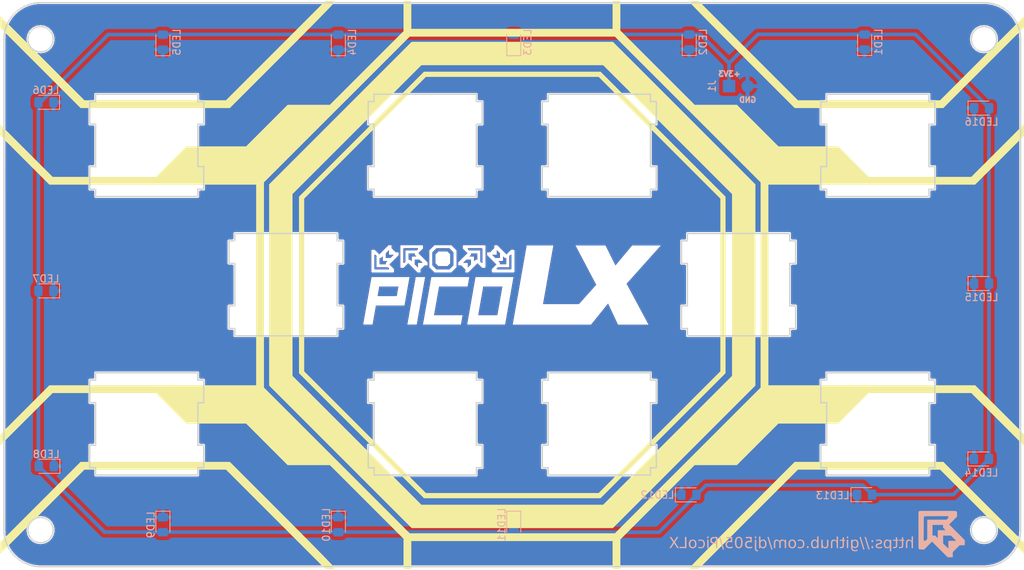
<source format=kicad_pcb>
(kicad_pcb (version 20221018) (generator pcbnew)
  (layers (0 "F.Cu" signal) (31 "B.Cu" signal) (34 "B.Paste" user) (35 "F.Paste" user) (36 "B.SilkS" user "B.Silkscreen") (37 "F.SilkS" user "F.Silkscreen") (38 "B.Mask" user) (39 "F.Mask" user) (44 "Edge.Cuts" user))
  (net 0 "")
  (net 1 "GND")
  (net 2 "+3V3")
  (footprint "PicoLX Graphics:Silkscreen" (layer "F.Cu") (at 149.75 100.15)
    (fp_text reference "G***" hide)
    (fp_text value "LOGO" hide)
  )
  (footprint "PicoLX Graphics:Front Mask" (layer "F.Cu") (at 149.7 100.25)
    (fp_text reference "G***" hide)
    (fp_text value "LOGO" hide)
  )
  (footprint "LED_SMD:LED_0805_2012Metric_Pad1.15x1.40mm_HandSolder" (layer "B.Cu") (at 150 133 -90)
    (fp_text reference "LED11")
    (fp_text value "LED_Small")
  )
  (footprint "LED_SMD:LED_0805_2012Metric_Pad1.15x1.40mm_HandSolder" (layer "B.Cu") (at 213.999999 76)
    (fp_text reference "LED16")
    (fp_text value "LED_Small")
  )
  (footprint "LED_SMD:LED_0805_2012Metric_Pad1.15x1.40mm_HandSolder" (layer "B.Cu") (at 214 100)
    (fp_text reference "LED15")
    (fp_text value "LED_Small")
  )
  (footprint "LED_SMD:LED_0805_2012Metric_Pad1.15x1.40mm_HandSolder" (layer "B.Cu") (at 102 66.975 90)
    (fp_text reference "LED5")
    (fp_text value "LED_Small")
  )
  (footprint "LED_SMD:LED_0805_2012Metric_Pad1.15x1.40mm_HandSolder" (layer "B.Cu") (at 150 66.975 90)
    (fp_text reference "LED3")
    (fp_text value "LED_Small")
  )
  (footprint "LED_SMD:LED_0805_2012Metric_Pad1.15x1.40mm_HandSolder" (layer "B.Cu") (at 213.975001 124)
    (fp_text reference "LED14")
    (fp_text value "LED_Small")
  )
  (footprint "LED_SMD:LED_0805_2012Metric_Pad1.15x1.40mm_HandSolder" (layer "B.Cu") (at 86.049999 125 180)
    (fp_text reference "LED8")
    (fp_text value "LED_Small")
  )
  (footprint "LED_SMD:LED_0805_2012Metric_Pad1.15x1.40mm_HandSolder" (layer "B.Cu") (at 86 101 180)
    (fp_text reference "LED7")
    (fp_text value "LED_Small")
  )
  (footprint "LED_SMD:LED_0805_2012Metric_Pad1.15x1.40mm_HandSolder" (layer "B.Cu") (at 198 66.950001 90)
    (fp_text reference "LED1")
    (fp_text value "LED_Small")
  )
  (footprint "LogoFootprints:Arrow_6" (layer "B.Cu") (at 208.532205 134.2628 180)
    (fp_text reference "G***" hide)
    (fp_text value "LOGO" hide)
  )
  (footprint "LED_SMD:LED_0805_2012Metric_Pad1.15x1.40mm_HandSolder" (layer "B.Cu") (at 197.993 128.8796)
    (fp_text reference "LED13")
    (fp_text value "LED_Small")
  )
  (footprint "LED_SMD:LED_0805_2012Metric_Pad1.15x1.40mm_HandSolder" (layer "B.Cu") (at 126 133 -90)
    (fp_text reference "LED10")
    (fp_text value "LED_Small")
  )
  (footprint "LED_SMD:LED_0805_2012Metric_Pad1.15x1.40mm_HandSolder" (layer "B.Cu") (at 174 66.950001 90)
    (fp_text reference "LED2")
    (fp_text value "LED_Small")
  )
  (footprint "LED_SMD:LED_0805_2012Metric_Pad1.15x1.40mm_HandSolder" (layer "B.Cu") (at 173.9646 128.905)
    (fp_text reference "LED12")
    (fp_text value "LED_Small")
  )
  (footprint "LED_SMD:LED_0805_2012Metric_Pad1.15x1.40mm_HandSolder" (layer "B.Cu") (at 126 66.975 90)
    (fp_text reference "LED4")
    (fp_text value "LED_Small")
  )
  (footprint "Connector_PinHeader_2.54mm:PinHeader_1x02_P2.54mm_Vertical" (layer "B.Cu") (at 179.45 73 -90)
    (fp_text reference "J1")
    (fp_text value "Conn_01x02")
  )
  (footprint "LED_SMD:LED_0805_2012Metric_Pad1.15x1.40mm_HandSolder" (layer "B.Cu") (at 102 133 -90)
    (fp_text reference "LED9")
    (fp_text value "LED_Small")
  )
  (footprint "LED_SMD:LED_0805_2012Metric_Pad1.15x1.40mm_HandSolder" (layer "B.Cu") (at 86 75.2 180)
    (fp_text reference "LED6")
    (fp_text value "LED_Small")
  )
  (gr_line (start 106.788 116.301003) (end 107.586002 116.301003) (stroke (width 0.188976)) (layer "Edge.Cuts"))
  (gr_line (start 144.888 113.201) (end 144.888 113.201) (stroke (width 0.188976)) (layer "Edge.Cuts"))
  (gr_line (start 153.900001 87.101) (end 153.900001 87.101) (stroke (width 0.188976)) (layer "Edge.Cuts"))
  (gr_line (start 86.678001 132.698002) (end 86.291001 132.311001) (stroke (width 0.188976)) (layer "Edge.Cuts"))
  (gr_line (start 206.799995 88.101) (end 206.799995 88.101) (stroke (width 0.188976)) (layer "Edge.Cuts"))
  (gr_line (start 173.75 94.151001) (end 173.75 94.151001) (stroke (width 0.188976)) (layer "Edge.Cuts"))
  (gr_line (start 173.75 107.151001) (end 173.75 107.151001) (stroke (width 0.188976)) (layer "Edge.Cuts"))
  (gr_line (start 219.310997 66.183001) (end 219.325996 66.576001) (stroke (width 0.188976)) (layer "Edge.Cuts"))
  (gr_line (start 192.800003 112.201) (end 192.800003 113.201) (stroke (width 0.188976)) (layer "Edge.Cuts"))
  (gr_line (start 144.888 87.101) (end 145.688004 87.101) (stroke (width 0.188976)) (layer "Edge.Cuts"))
  (gr_line (start 144.888 78.201) (end 145.688004 78.201) (stroke (width 0.188976)) (layer "Edge.Cuts"))
  (gr_line (start 212.661995 67.116001) (end 212.661995 67.116001) (stroke (width 0.188976)) (layer "Edge.Cuts"))
  (gr_line (start 218.370995 63.637001) (end 218.588997 63.963001) (stroke (width 0.188976)) (layer "Edge.Cuts"))
  (gr_line (start 111.837002 93.151001) (end 111.837002 94.151001) (stroke (width 0.188976)) (layer "Edge.Cuts"))
  (gr_line (start 169.5 116.301003) (end 169.5 116.301003) (stroke (width 0.188976)) (layer "Edge.Cuts"))
  (gr_line (start 212.661995 66.035001) (end 212.575996 66.576001) (stroke (width 0.188976)) (layer "Edge.Cuts"))
  (gr_line (start 86.291001 67.991001) (end 86.291001 67.991001) (stroke (width 0.188976)) (layer "Edge.Cuts"))
  (gr_line (start 215.355003 65.160001) (end 215.355003 65.160001) (stroke (width 0.188976)) (layer "Edge.Cuts"))
  (gr_line (start 192.800003 126.201) (end 192.800003 126.201) (stroke (width 0.188976)) (layer "Edge.Cuts"))
  (gr_line (start 106.788 122.101002) (end 106.788 122.101002) (stroke (width 0.188976)) (layer "Edge.Cuts"))
  (gr_line (start 86.291001 65.160001) (end 86.291001 65.160001) (stroke (width 0.188976)) (layer "Edge.Cuts"))
  (gr_line (start 83.847001 65.547001) (end 83.598001 66.035001) (stroke (width 0.188976)) (layer "Edge.Cuts"))
  (gr_line (start 169.5 75.101) (end 168.700005 75.101) (stroke (width 0.188976)) (layer "Edge.Cuts"))
  (gr_line (start 83.847001 67.604001) (end 83.847001 67.604001) (stroke (width 0.188976)) (layer "Edge.Cuts"))
  (gr_line (start 215.107994 138.664997) (end 214.717995 138.711003) (stroke (width 0.188976)) (layer "Edge.Cuts"))
  (gr_line (start 83.598001 66.035001) (end 83.598001 66.035001) (stroke (width 0.188976)) (layer "Edge.Cuts"))
  (gr_line (start 218.945 64.662001) (end 218.945 64.662001) (stroke (width 0.188976)) (layer "Edge.Cuts"))
  (gr_line (start 192 125.201) (end 192 125.201) (stroke (width 0.188976)) (layer "Edge.Cuts"))
  (gr_line (start 169.5 87.101) (end 169.5 84) (stroke (width 0.188976)) (layer "Edge.Cuts"))
  (gr_line (start 92.788 112.201) (end 92.788 113.201) (stroke (width 0.188976)) (layer "Edge.Cuts"))
  (gr_line (start 85.263001 68.326001) (end 85.803001 68.240001) (stroke (width 0.188976)) (layer "Edge.Cuts"))
  (gr_line (start 216.239006 138.346005) (end 215.870995 138.481999) (stroke (width 0.188976)) (layer "Edge.Cuts"))
  (gr_line (start 218.588997 136.339001) (end 218.588997 136.339001) (stroke (width 0.188976)) (layer "Edge.Cuts"))
  (gr_line (start 212.661995 134.267002) (end 212.909996 134.755001) (stroke (width 0.188976)) (layer "Edge.Cuts"))
  (gr_line (start 173.75 97.251) (end 173.75 97.251) (stroke (width 0.188976)) (layer "Edge.Cuts"))
  (gr_line (start 111.837002 107.151001) (end 125.837002 107.151001) (stroke (width 0.188976)) (layer "Edge.Cuts"))
  (gr_line (start 153.900001 113.201) (end 153.900001 113.201) (stroke (width 0.188976)) (layer "Edge.Cuts"))
  (gr_line (start 84.095001 138.588001) (end 84.095001 138.588001) (stroke (width 0.188976)) (layer "Edge.Cuts"))
  (gr_line (start 130.888 87.101) (end 130.888 88.101) (stroke (width 0.188976)) (layer "Edge.Cuts"))
  (gr_line (start 81.727001 63.040001) (end 82.015001 62.773001) (stroke (width 0.188976)) (layer "Edge.Cuts"))
  (gr_line (start 125.837002 94.151001) (end 125.837002 94.151001) (stroke (width 0.188976)) (layer "Edge.Cuts"))
  (gr_line (start 144.888 122.101002) (end 144.888 116.301003) (stroke (width 0.188976)) (layer "Edge.Cuts"))
  (gr_line (start 106.788 112.201) (end 92.788 112.201) (stroke (width 0.188976)) (layer "Edge.Cuts"))
  (gr_line (start 206.799995 126.201) (end 206.799995 126.201) (stroke (width 0.188976)) (layer "Edge.Cuts"))
  (gr_line (start 84.234001 65.160001) (end 83.847001 65.547001) (stroke (width 0.188976)) (layer "Edge.Cuts"))
  (gr_line (start 212.909996 134.755001) (end 212.909996 134.755001) (stroke (width 0.188976)) (layer "Edge.Cuts"))
  (gr_line (start 206.799995 122.101002) (end 206.799995 116.301003) (stroke (width 0.188976)) (layer "Edge.Cuts"))
  (gr_line (start 219.264 65.793001) (end 219.310997 66.183001) (stroke (width 0.188976)) (layer "Edge.Cuts"))
  (gr_line (start 130.088001 125.201) (end 130.088001 125.201) (stroke (width 0.188976)) (layer "Edge.Cuts"))
  (gr_line (start 218.127998 63.328001) (end 218.370995 63.637001) (stroke (width 0.188976)) (layer "Edge.Cuts"))
  (gr_line (start 145.688004 116.301003) (end 145.688004 116.301003) (stroke (width 0.188976)) (layer "Edge.Cuts"))
  (gr_line (start 125.837002 94.151001) (end 125.837002 93.151001) (stroke (width 0.188976)) (layer "Edge.Cuts"))
  (gr_line (start 192.800003 88.101) (end 206.799995 88.101) (stroke (width 0.188976)) (layer "Edge.Cuts"))
  (gr_line (start 215.355003 132.311001) (end 214.866997 132.062001) (stroke (width 0.188976)) (layer "Edge.Cuts"))
  (gr_line (start 111.837002 97.251) (end 111.837002 103.051003) (stroke (width 0.188976)) (layer "Edge.Cuts"))
  (gr_line (start 219.325996 66.576001) (end 219.325996 133.727001) (stroke (width 0.188976)) (layer "Edge.Cuts"))
  (gr_line (start 154.700005 84) (end 154.700005 84) (stroke (width 0.188976)) (layer "Edge.Cuts"))
  (gr_line (start 81.460001 136.974003) (end 81.460001 136.974003) (stroke (width 0.188976)) (layer "Edge.Cuts"))
  (gr_line (start 83.598001 67.116001) (end 83.847001 67.604001) (stroke (width 0.188976)) (layer "Edge.Cuts"))
  (gr_line (start 192.800003 113.201) (end 192 113.201) (stroke (width 0.188976)) (layer "Edge.Cuts"))
  (gr_line (start 207.599998 125.201) (end 207.599998 122.101002) (stroke (width 0.188976)) (layer "Edge.Cuts"))
  (gr_line (start 83.847001 67.604001) (end 84.234001 67.991001) (stroke (width 0.188976)) (layer "Edge.Cuts"))
  (gr_line (start 219.310997 66.183001) (end 219.310997 66.183001) (stroke (width 0.188976)) (layer "Edge.Cuts"))
  (gr_line (start 207.599998 87.101) (end 207.599998 87.101) (stroke (width 0.188976)) (layer "Edge.Cuts"))
  (gr_line (start 187.75 94.151001) (end 187.75 93.151001) (stroke (width 0.188976)) (layer "Edge.Cuts"))
  (gr_line (start 206.799995 87.101) (end 206.799995 87.101) (stroke (width 0.188976)) (layer "Edge.Cuts"))
  (gr_line (start 188.550003 94.151001) (end 188.550003 94.151001) (stroke (width 0.188976)) (layer "Edge.Cuts"))
  (gr_line (start 92.788 116.301003) (end 92.788 122.101002) (stroke (width 0.188976)) (layer "Edge.Cuts"))
  (gr_line (start 215.493004 138.588001) (end 215.493004 138.588001) (stroke (width 0.188976)) (layer "Edge.Cuts"))
  (gr_line (start 154.700005 113.201) (end 153.900001 113.201) (stroke (width 0.188976)) (layer "Edge.Cuts"))
  (gr_line (start 154.700005 116.301003) (end 154.700005 122.101002) (stroke (width 0.188976)) (layer "Edge.Cuts"))
  (gr_line (start 81.460001 63.328001) (end 81.460001 63.328001) (stroke (width 0.188976)) (layer "Edge.Cuts"))
  (gr_line (start 215.989998 133.186001) (end 215.989998 133.186001) (stroke (width 0.188976)) (layer "Edge.Cuts"))
  (gr_line (start 216.075996 133.727001) (end 216.075996 133.727001) (stroke (width 0.188976)) (layer "Edge.Cuts"))
  (gr_line (start 80.807001 135.995999) (end 80.643001 135.640003) (stroke (width 0.188976)) (layer "Edge.Cuts"))
  (gr_line (start 188.550003 103.051003) (end 188.550003 103.051003) (stroke (width 0.188976)) (layer "Edge.Cuts"))
  (gr_line (start 80.507001 65.030001) (end 80.507001 65.030001) (stroke (width 0.188976)) (layer "Edge.Cuts"))
  (gr_line (start 85.803001 68.240001) (end 86.291001 67.991001) (stroke (width 0.188976)) (layer "Edge.Cuts"))
  (gr_line (start 130.088001 116.301003) (end 130.888 116.301003) (stroke (width 0.188976)) (layer "Edge.Cuts"))
  (gr_line (start 80.401001 65.408001) (end 80.401001 65.408001) (stroke (width 0.188976)) (layer "Edge.Cuts"))
  (gr_line (start 125.837002 93.151001) (end 125.837002 93.151001) (stroke (width 0.188976)) (layer "Edge.Cuts"))
  (gr_line (start 168.700005 112.201) (end 168.700005 112.201) (stroke (width 0.188976)) (layer "Edge.Cuts"))
  (gr_line (start 85.263001 68.326001) (end 85.263001 68.326001) (stroke (width 0.188976)) (layer "Edge.Cuts"))
  (gr_line (start 172.950005 94.151001) (end 172.950005 97.251) (stroke (width 0.188976)) (layer "Edge.Cuts"))
  (gr_line (start 106.788 74.101) (end 106.788 74.101) (stroke (width 0.188976)) (layer "Edge.Cuts"))
  (gr_line (start 92.788 88.101) (end 92.788 88.101) (stroke (width 0.188976)) (layer "Edge.Cuts"))
  (gr_line (start 215.493004 61.714001) (end 215.493004 61.714001) (stroke (width 0.188976)) (layer "Edge.Cuts"))
  (gr_line (start 106.788 75.101) (end 106.788 74.101) (stroke (width 0.188976)) (layer "Edge.Cuts"))
  (gr_line (start 218.588997 136.339001) (end 218.370995 136.664997) (stroke (width 0.188976)) (layer "Edge.Cuts"))
  (gr_line (start 192 125.201) (end 192.800003 125.201) (stroke (width 0.188976)) (layer "Edge.Cuts"))
  (gr_line (start 86.927001 133.186001) (end 86.927001 133.186001) (stroke (width 0.188976)) (layer "Edge.Cuts"))
  (gr_line (start 130.888 74.101) (end 130.888 75.101) (stroke (width 0.188976)) (layer "Edge.Cuts"))
  (gr_line (start 215.989998 67.116001) (end 215.989998 67.116001) (stroke (width 0.188976)) (layer "Edge.Cuts"))
  (gr_line (start 153.900001 125.201) (end 153.900001 125.201) (stroke (width 0.188976)) (layer "Edge.Cuts"))
  (gr_line (start 173.75 93.151001) (end 173.75 94.151001) (stroke (width 0.188976)) (layer "Edge.Cuts"))
  (gr_line (start 144.888 88.101) (end 144.888 88.101) (stroke (width 0.188976)) (layer "Edge.Cuts"))
  (gr_line (start 153.900001 122.101002) (end 153.900001 125.201) (stroke (width 0.188976)) (layer "Edge.Cuts"))
  (gr_line (start 172.950005 103.051003) (end 172.950005 106.151001) (stroke (width 0.188976)) (layer "Edge.Cuts"))
  (gr_line (start 91.987001 75.101) (end 91.987001 78.201) (stroke (width 0.188976)) (layer "Edge.Cuts"))
  (gr_line (start 145.688004 122.101002) (end 144.888 122.101002) (stroke (width 0.188976)) (layer "Edge.Cuts"))
  (gr_line (start 86.678001 67.604001) (end 86.678001 67.604001) (stroke (width 0.188976)) (layer "Edge.Cuts"))
  (gr_line (start 92.788 78.201) (end 92.788 78.201) (stroke (width 0.188976)) (layer "Edge.Cuts"))
  (gr_line (start 106.788 84) (end 106.788 84) (stroke (width 0.188976)) (layer "Edge.Cuts"))
  (gr_line (start 92.788 75.101) (end 91.987001 75.101) (stroke (width 0.188976)) (layer "Edge.Cuts"))
  (gr_line (start 91.987001 125.201) (end 92.788 125.201) (stroke (width 0.188976)) (layer "Edge.Cuts"))
  (gr_line (start 144.888 112.201) (end 130.888 112.201) (stroke (width 0.188976)) (layer "Edge.Cuts"))
  (gr_line (start 126.637001 106.151001) (end 126.637001 103.051003) (stroke (width 0.188976)) (layer "Edge.Cuts"))
  (gr_line (start 83.349001 138.346005) (end 83.349001 138.346005) (stroke (width 0.188976)) (layer "Edge.Cuts"))
  (gr_line (start 219.081001 65.030001) (end 219.081001 65.030001) (stroke (width 0.188976)) (layer "Edge.Cuts"))
  (gr_line (start 173.75 103.051003) (end 172.950005 103.051003) (stroke (width 0.188976)) (layer "Edge.Cuts"))
  (gr_line (start 218.945 135.640003) (end 218.945 135.640003) (stroke (width 0.188976)) (layer "Edge.Cuts"))
  (gr_line (start 214.866997 64.911001) (end 214.866997 64.911001) (stroke (width 0.188976)) (layer "Edge.Cuts"))
  (gr_line (start 84.234001 132.311001) (end 84.234001 132.311001) (stroke (width 0.188976)) (layer "Edge.Cuts"))
  (gr_line (start 83.598001 134.267002) (end 83.598001 134.267002) (stroke (width 0.188976)) (layer "Edge.Cuts"))
  (gr_line (start 168.700005 87.101) (end 169.5 87.101) (stroke (width 0.188976)) (layer "Edge.Cuts"))
  (gr_line (start 91.987001 87.101) (end 91.987001 87.101) (stroke (width 0.188976)) (layer "Edge.Cuts"))
  (gr_line (start 84.480001 138.664997) (end 84.095001 138.588001) (stroke (width 0.188976)) (layer "Edge.Cuts"))
  (gr_line (start 217.265007 137.772) (end 216.937996 137.990002) (stroke (width 0.188976)) (layer "Edge.Cuts"))
  (gr_line (start 81.727001 137.261997) (end 81.460001 136.974003) (stroke (width 0.188976)) (layer "Edge.Cuts"))
  (gr_line (start 168.700005 78.201) (end 169.5 78.201) (stroke (width 0.188976)) (layer "Edge.Cuts"))
  (gr_line (start 192 78.201) (end 192.800003 78.201) (stroke (width 0.188976)) (layer "Edge.Cuts"))
  (gr_line (start 80.999001 136.339001) (end 80.999001 136.339001) (stroke (width 0.188976)) (layer "Edge.Cuts"))
  (gr_line (start 80.401001 65.408001) (end 80.507001 65.030001) (stroke (width 0.188976)) (layer "Edge.Cuts"))
  (gr_line (start 216.075996 66.576001) (end 216.075996 66.576001) (stroke (width 0.188976)) (layer "Edge.Cuts"))
  (gr_line (start 106.788 122.101002) (end 106.788 116.301003) (stroke (width 0.188976)) (layer "Edge.Cuts"))
  (gr_line (start 188.550003 97.251) (end 188.550003 94.151001) (stroke (width 0.188976)) (layer "Edge.Cuts"))
  (gr_line (start 82.650001 62.312001) (end 82.650001 62.312001) (stroke (width 0.188976)) (layer "Edge.Cuts"))
  (gr_line (start 213.297005 65.160001) (end 213.297005 65.160001) (stroke (width 0.188976)) (layer "Edge.Cuts"))
  (gr_line (start 218.780998 135.995999) (end 218.780998 135.995999) (stroke (width 0.188976)) (layer "Edge.Cuts"))
  (gr_line (start 83.847001 65.547001) (end 83.847001 65.547001) (stroke (width 0.188976)) (layer "Edge.Cuts"))
  (gr_line (start 169.5 78.201) (end 169.5 78.201) (stroke (width 0.188976)) (layer "Edge.Cuts"))
  (gr_line (start 217.862007 137.261997) (end 217.573006 137.529003) (stroke (width 0.188976)) (layer "Edge.Cuts"))
  (gr_line (start 217.862007 63.040001) (end 217.862007 63.040001) (stroke (width 0.188976)) (layer "Edge.Cuts"))
  (gr_line (start 80.278001 134.119) (end 80.262001 133.726002) (stroke (width 0.188976)) (layer "Edge.Cuts"))
  (gr_line (start 86.927001 134.267002) (end 87.013001 133.727001) (stroke (width 0.188976)) (layer "Edge.Cuts"))
  (gr_line (start 144.888 74.101) (end 144.888 74.101) (stroke (width 0.188976)) (layer "Edge.Cuts"))
  (gr_line (start 82.324001 62.530001) (end 82.324001 62.530001) (stroke (width 0.188976)) (layer "Edge.Cuts"))
  (gr_line (start 218.780998 64.306001) (end 218.945 64.662001) (stroke (width 0.188976)) (layer "Edge.Cuts"))
  (gr_line (start 169.5 113.201) (end 169.5 113.201) (stroke (width 0.188976)) (layer "Edge.Cuts"))
  (gr_line (start 168.700005 112.201) (end 154.700005 112.201) (stroke (width 0.188976)) (layer "Edge.Cuts"))
  (gr_line (start 85.263001 135.477001) (end 85.803001 135.391003) (stroke (width 0.188976)) (layer "Edge.Cuts"))
  (gr_line (start 84.870001 61.591001) (end 84.870001 61.591001) (stroke (width 0.188976)) (layer "Edge.Cuts"))
  (gr_line (start 187.75 94.151001) (end 187.75 94.151001) (stroke (width 0.188976)) (layer "Edge.Cuts"))
  (gr_line (start 216.596001 62.120001) (end 216.596001 62.120001) (stroke (width 0.188976)) (layer "Edge.Cuts"))
  (gr_line (start 84.870001 138.711003) (end 84.480001 138.664997) (stroke (width 0.188976)) (layer "Edge.Cuts"))
  (gr_line (start 213.297005 132.311001) (end 213.297005 132.311001) (stroke (width 0.188976)) (layer "Edge.Cuts"))
  (gr_line (start 206.799995 87.101) (end 207.599998 87.101) (stroke (width 0.188976)) (layer "Edge.Cuts"))
  (gr_line (start 130.088001 122.101002) (end 130.088001 125.201) (stroke (width 0.188976)) (layer "Edge.Cuts"))
  (gr_line (start 207.599998 113.201) (end 206.799995 113.201) (stroke (width 0.188976)) (layer "Edge.Cuts"))
  (gr_line (start 145.688004 78.201) (end 145.688004 75.101) (stroke (width 0.188976)) (layer "Edge.Cuts"))
  (gr_line (start 212.661995 66.035001) (end 212.661995 66.035001) (stroke (width 0.188976)) (layer "Edge.Cuts"))
  (gr_line (start 84.722001 132.062001) (end 84.234001 132.311001) (stroke (width 0.188976)) (layer "Edge.Cuts"))
  (gr_line (start 153.900001 125.201) (end 154.700005 125.201) (stroke (width 0.188976)) (layer "Edge.Cuts"))
  (gr_line (start 214.717995 61.591001) (end 215.107994 61.637001) (stroke (width 0.188976)) (layer "Edge.Cuts"))
  (gr_line (start 80.278001 134.119) (end 80.278001 134.119) (stroke (width 0.188976)) (layer "Edge.Cuts"))
  (gr_line (start 130.888 113.201) (end 130.888 113.201) (stroke (width 0.188976)) (layer "Edge.Cuts"))
  (gr_line (start 188.550003 103.051003) (end 187.75 103.051003) (stroke (width 0.188976)) (layer "Edge.Cuts"))
  (gr_line (start 168.700005 75.101) (end 168.700005 74.101) (stroke (width 0.188976)) (layer "Edge.Cuts"))
  (gr_line (start 168.700005 75.101) (end 168.700005 75.101) (stroke (width 0.188976)) (layer "Edge.Cuts"))
  (gr_line (start 144.888 84) (end 144.888 84) (stroke (width 0.188976)) (layer "Edge.Cuts"))
  (gr_line (start 192 122.101002) (end 192 122.101002) (stroke (width 0.188976)) (layer "Edge.Cuts"))
  (gr_line (start 168.700005 84) (end 168.700005 84) (stroke (width 0.188976)) (layer "Edge.Cuts"))
  (gr_line (start 192.800003 125.201) (end 192.800003 125.201) (stroke (width 0.188976)) (layer "Edge.Cuts"))
  (gr_line (start 86.291001 135.142002) (end 86.291001 135.142002) (stroke (width 0.188976)) (layer "Edge.Cuts"))
  (gr_line (start 85.263001 131.977001) (end 85.263001 131.977001) (stroke (width 0.188976)) (layer "Edge.Cuts"))
  (gr_line (start 144.888 116.301003) (end 144.888 116.301003) (stroke (width 0.188976)) (layer "Edge.Cuts"))
  (gr_line (start 169.5 122.101002) (end 169.5 122.101002) (stroke (width 0.188976)) (layer "Edge.Cuts"))
  (gr_line (start 168.700005 74.101) (end 168.700005 74.101) (stroke (width 0.188976)) (layer "Edge.Cuts"))
  (gr_line (start 153.900001 113.201) (end 153.900001 116.301003) (stroke (width 0.188976)) (layer "Edge.Cuts"))
  (gr_line (start 80.278001 66.183001) (end 80.278001 66.183001) (stroke (width 0.188976)) (layer "Edge.Cuts"))
  (gr_line (start 169.5 125.201) (end 169.5 122.101002) (stroke (width 0.188976)) (layer "Edge.Cuts"))
  (gr_line (start 145.688004 87.101) (end 145.688004 87.101) (stroke (width 0.188976)) (layer "Edge.Cuts"))
  (gr_line (start 111.038002 106.151001) (end 111.837002 106.151001) (stroke (width 0.188976)) (layer "Edge.Cuts"))
  (gr_line (start 192 75.101) (end 192 78.201) (stroke (width 0.188976)) (layer "Edge.Cuts"))
  (gr_line (start 130.888 75.101) (end 130.888 75.101) (stroke (width 0.188976)) (layer "Edge.Cuts"))
  (gr_line (start 84.095001 138.588001) (end 83.717001 138.481999) (stroke (width 0.188976)) (layer "Edge.Cuts"))
  (gr_line (start 86.291001 135.142002) (end 86.678001 134.755001) (stroke (width 0.188976)) (layer "Edge.Cuts"))
  (gr_line (start 144.888 113.201) (end 144.888 112.201) (stroke (width 0.188976)) (layer "Edge.Cuts"))
  (gr_line (start 91.987001 122.101002) (end 91.987001 122.101002) (stroke (width 0.188976)) (layer "Edge.Cuts"))
  (gr_line (start 144.888 75.101) (end 144.888 75.101) (stroke (width 0.188976)) (layer "Edge.Cuts"))
  (gr_line (start 213.297005 135.142002) (end 213.784996 135.391003) (stroke (width 0.188976)) (layer "Edge.Cuts"))
  (gr_line (start 172.950005 94.151001) (end 172.950005 94.151001) (stroke (width 0.188976)) (layer "Edge.Cuts"))
  (gr_line (start 214.866997 68.240001) (end 215.355003 67.991001) (stroke (width 0.188976)) (layer "Edge.Cuts"))
  (gr_line (start 82.650001 137.990002) (end 82.324001 137.772) (stroke (width 0.188976)) (layer "Edge.Cuts"))
  (gr_line (start 215.107994 61.637001) (end 215.493004 61.714001) (stroke (width 0.188976)) (layer "Edge.Cuts"))
  (gr_line (start 218.370995 136.664997) (end 218.370995 136.664997) (stroke (width 0.188976)) (layer "Edge.Cuts"))
  (gr_line (start 83.349001 61.956001) (end 83.349001 61.956001) (stroke (width 0.188976)) (layer "Edge.Cuts"))
  (gr_line (start 107.586002 113.201) (end 107.586002 113.201) (stroke (width 0.188976)) (layer "Edge.Cuts"))
  (gr_line (start 106.788 75.101) (end 106.788 75.101) (stroke (width 0.188976)) (layer "Edge.Cuts"))
  (gr_line (start 169.5 78.201) (end 169.5 75.101) (stroke (width 0.188976)) (layer "Edge.Cuts"))
  (gr_line (start 130.088001 113.201) (end 130.088001 116.301003) (stroke (width 0.188976)) (layer "Edge.Cuts"))
  (gr_line (start 107.586002 122.101002) (end 106.788 122.101002) (stroke (width 0.188976)) (layer "Edge.Cuts"))
  (gr_line (start 80.999001 136.339001) (end 80.807001 135.995999) (stroke (width 0.188976)) (layer "Edge.Cuts"))
  (gr_line (start 187.75 106.151001) (end 187.75 106.151001) (stroke (width 0.188976)) (layer "Edge.Cuts"))
  (gr_line (start 187.75 97.251) (end 188.550003 97.251) (stroke (width 0.188976)) (layer "Edge.Cuts"))
  (gr_line (start 216.239006 61.956001) (end 216.239006 61.956001) (stroke (width 0.188976)) (layer "Edge.Cuts"))
  (gr_line (start 126.637001 97.251) (end 126.637001 97.251) (stroke (width 0.188976)) (layer "Edge.Cuts"))
  (gr_line (start 106.788 113.201) (end 106.788 112.201) (stroke (width 0.188976)) (layer "Edge.Cuts"))
  (gr_line (start 83.349001 61.956001) (end 83.717001 61.820001) (stroke (width 0.188976)) (layer "Edge.Cuts"))
  (gr_line (start 81.217001 63.637001) (end 81.460001 63.328001) (stroke (width 0.188976)) (layer "Edge.Cuts"))
  (gr_line (start 215.493004 138.588001) (end 215.107994 138.664997) (stroke (width 0.188976)) (layer "Edge.Cuts"))
  (gr_line (start 80.807001 64.306001) (end 80.999001 63.963001) (stroke (width 0.188976)) (layer "Edge.Cuts"))
  (gr_line (start 111.837002 94.151001) (end 111.837002 94.151001) (stroke (width 0.188976)) (layer "Edge.Cuts"))
  (gr_line (start 80.324001 65.793001) (end 80.401001 65.408001) (stroke (width 0.188976)) (layer "Edge.Cuts"))
  (gr_line (start 153.900001 122.101002) (end 153.900001 122.101002) (stroke (width 0.188976)) (layer "Edge.Cuts"))
  (gr_line (start 106.788 88.101) (end 106.788 87.101) (stroke (width 0.188976)) (layer "Edge.Cuts"))
  (gr_line (start 111.038002 97.251) (end 111.837002 97.251) (stroke (width 0.188976)) (layer "Edge.Cuts"))
  (gr_line (start 219.325996 133.727001) (end 219.310997 134.119) (stroke (width 0.188976)) (layer "Edge.Cuts"))
  (gr_line (start 215.741997 132.698002) (end 215.355003 132.311001) (stroke (width 0.188976)) (layer "Edge.Cuts"))
  (gr_line (start 212.909996 65.547001) (end 212.661995 66.035001) (stroke (width 0.188976)) (layer "Edge.Cuts"))
  (gr_line (start 85.263001 135.477001) (end 85.263001 135.477001) (stroke (width 0.188976)) (layer "Edge.Cuts"))
  (gr_line (start 215.741997 132.698002) (end 215.741997 132.698002) (stroke (width 0.188976)) (layer "Edge.Cuts"))
  (gr_line (start 215.989998 66.035001) (end 215.989998 66.035001) (stroke (width 0.188976)) (layer "Edge.Cuts"))
  (gr_line (start 207.599998 78.201) (end 207.599998 75.101) (stroke (width 0.188976)) (layer "Edge.Cuts"))
  (gr_line (start 84.722001 135.391003) (end 84.722001 135.391003) (stroke (width 0.188976)) (layer "Edge.Cuts"))
  (gr_line (start 144.888 122.101002) (end 144.888 122.101002) (stroke (width 0.188976)) (layer "Edge.Cuts"))
  (gr_line (start 154.700005 126.201) (end 168.700005 126.201) (stroke (width 0.188976)) (layer "Edge.Cuts"))
  (gr_line (start 83.513001 66.576001) (end 83.513001 66.576001) (stroke (width 0.188976)) (layer "Edge.Cuts"))
  (gr_line (start 219.187996 65.408001) (end 219.264 65.793001) (stroke (width 0.188976)) (layer "Edge.Cuts"))
  (gr_line (start 214.866997 68.240001) (end 214.866997 68.240001) (stroke (width 0.188976)) (layer "Edge.Cuts"))
  (gr_line (start 168.700005 126.201) (end 168.700005 126.201) (stroke (width 0.188976)) (layer "Edge.Cuts"))
  (gr_line (start 154.700005 74.101) (end 154.700005 75.101) (stroke (width 0.188976)) (layer "Edge.Cuts"))
  (gr_line (start 126.637001 94.151001) (end 126.637001 94.151001) (stroke (width 0.188976)) (layer "Edge.Cuts"))
  (gr_line (start 83.717001 61.820001) (end 83.717001 61.820001) (stroke (width 0.188976)) (layer "Edge.Cuts"))
  (gr_line (start 145.688004 75.101) (end 144.888 75.101) (stroke (width 0.188976)) (layer "Edge.Cuts"))
  (gr_line (start 144.888 75.101) (end 144.888 74.101) (stroke (width 0.188976)) (layer "Edge.Cuts"))
  (gr_line (start 111.038002 103.051003) (end 111.038002 103.051003) (stroke (width 0.188976)) (layer "Edge.Cuts"))
  (gr_line (start 219.187996 134.894001) (end 219.187996 134.894001) (stroke (width 0.188976)) (layer "Edge.Cuts"))
  (gr_line (start 86.291001 67.991001) (end 86.678001 67.604001) (stroke (width 0.188976)) (layer "Edge.Cuts"))
  (gr_line (start 83.598001 67.116001) (end 83.598001 67.116001) (stroke (width 0.188976)) (layer "Edge.Cuts"))
  (gr_line (start 218.127998 136.974003) (end 218.127998 136.974003) (stroke (width 0.188976)) (layer "Edge.Cuts"))
  (gr_line (start 207.599998 122.101002) (end 207.599998 122.101002) (stroke (width 0.188976)) (layer "Edge.Cuts"))
  (gr_line (start 130.888 126.201) (end 130.888 126.201) (stroke (width 0.188976)) (layer "Edge.Cuts"))
  (gr_line (start 169.5 116.301003) (end 169.5 113.201) (stroke (width 0.188976)) (layer "Edge.Cuts"))
  (gr_line (start 80.324001 65.793001) (end 80.324001 65.793001) (stroke (width 0.188976)) (layer "Edge.Cuts"))
  (gr_line (start 207.599998 84) (end 207.599998 84) (stroke (width 0.188976)) (layer "Edge.Cuts"))
  (gr_line (start 130.888 122.101002) (end 130.088001 122.101002) (stroke (width 0.188976)) (layer "Edge.Cuts"))
  (gr_line (start 215.107994 138.664997) (end 215.107994 138.664997) (stroke (width 0.188976)) (layer "Edge.Cuts"))
  (gr_line (start 85.803001 135.391003) (end 86.291001 135.142002) (stroke (width 0.188976)) (layer "Edge.Cuts"))
  (gr_line (start 219.187996 65.408001) (end 219.187996 65.408001) (stroke (width 0.188976)) (layer "Edge.Cuts"))
  (gr_line (start 92.788 75.101) (end 92.788 75.101) (stroke (width 0.188976)) (layer "Edge.Cuts"))
  (gr_line (start 92.788 78.201) (end 92.788 84) (stroke (width 0.188976)) (layer "Edge.Cuts"))
  (gr_line (start 212.661995 133.186001) (end 212.661995 133.186001) (stroke (width 0.188976)) (layer "Edge.Cuts"))
  (gr_line (start 215.741997 134.755001) (end 215.989998 134.267002) (stroke (width 0.188976)) (layer "Edge.Cuts"))
  (gr_line (start 206.799995 75.101) (end 206.799995 75.101) (stroke (width 0.188976)) (layer "Edge.Cuts"))
  (gr_line (start 218.127998 63.328001) (end 218.127998 63.328001) (stroke (width 0.188976)) (layer "Edge.Cuts"))
  (gr_line (start 84.234001 67.991001) (end 84.234001 67.991001) (stroke (width 0.188976)) (layer "Edge.Cuts"))
  (gr_line (start 187.75 107.151001) (end 187.75 107.151001) (stroke (width 0.188976)) (layer "Edge.Cuts"))
  (gr_line (start 213.297005 65.160001) (end 212.909996 65.547001) (stroke (width 0.188976)) (layer "Edge.Cuts"))
  (gr_line (start 83.717001 61.820001) (end 84.095001 61.714001) (stroke (width 0.188976)) (layer "Edge.Cuts"))
  (gr_line (start 130.088001 84) (end 130.088001 84) (stroke (width 0.188976)) (layer "Edge.Cuts"))
  (gr_line (start 213.784996 132.062001) (end 213.297005 132.311001) (stroke (width 0.188976)) (layer "Edge.Cuts"))
  (gr_line (start 214.325996 61.576001) (end 214.717995 61.591001) (stroke (width 0.188976)) (layer "Edge.Cuts"))
  (gr_line (start 126.637001 106.151001) (end 126.637001 106.151001) (stroke (width 0.188976)) (layer "Edge.Cuts"))
  (gr_line (start 82.993001 138.182003) (end 82.650001 137.990002) (stroke (width 0.188976)) (layer "Edge.Cuts"))
  (gr_line (start 153.900001 84) (end 153.900001 87.101) (stroke (width 0.188976)) (layer "Edge.Cuts"))
  (gr_line (start 154.700005 122.101002) (end 153.900001 122.101002) (stroke (width 0.188976)) (layer "Edge.Cuts"))
  (gr_line (start 218.780998 64.306001) (end 218.780998 64.306001) (stroke (width 0.188976)) (layer "Edge.Cuts"))
  (gr_line (start 107.586002 113.201) (end 106.788 113.201) (stroke (width 0.188976)) (layer "Edge.Cuts"))
  (gr_line (start 85.263001 131.977001) (end 84.722001 132.062001) (stroke (width 0.188976)) (layer "Edge.Cuts"))
  (gr_line (start 86.927001 66.035001) (end 86.927001 66.035001) (stroke (width 0.188976)) (layer "Edge.Cuts"))
  (gr_line (start 207.599998 113.201) (end 207.599998 113.201) (stroke (width 0.188976)) (layer "Edge.Cuts"))
  (gr_line (start 85.263001 64.826001) (end 84.722001 64.911001) (stroke (width 0.188976)) (layer "Edge.Cuts"))
  (gr_line (start 168.700005 125.201) (end 168.700005 125.201) (stroke (width 0.188976)) (layer "Edge.Cuts"))
  (gr_line (start 168.700005 78.201) (end 168.700005 78.201) (stroke (width 0.188976)) (layer "Edge.Cuts"))
  (gr_line (start 130.088001 75.101) (end 130.088001 78.201) (stroke (width 0.188976)) (layer "Edge.Cuts"))
  (gr_line (start 107.586002 75.101) (end 107.586002 75.101) (stroke (width 0.188976)) (layer "Edge.Cuts"))
  (gr_line (start 169.5 84) (end 168.700005 84) (stroke (width 0.188976)) (layer "Edge.Cuts"))
  (gr_line (start 130.888 78.201) (end 130.888 78.201) (stroke (width 0.188976)) (layer "Edge.Cuts"))
  (gr_line (start 212.575996 66.576001) (end 212.661995 67.116001) (stroke (width 0.188976)) (layer "Edge.Cuts"))
  (gr_line (start 130.888 88.101) (end 130.888 88.101) (stroke (width 0.188976)) (layer "Edge.Cuts"))
  (gr_line (start 106.788 116.301003) (end 106.788 116.301003) (stroke (width 0.188976)) (layer "Edge.Cuts"))
  (gr_line (start 130.088001 125.201) (end 130.888 125.201) (stroke (width 0.188976)) (layer "Edge.Cuts"))
  (gr_line (start 85.263001 138.727001) (end 85.263001 138.727001) (stroke (width 0.188976)) (layer "Edge.Cuts"))
  (gr_line (start 187.75 93.151001) (end 173.75 93.151001) (stroke (width 0.188976)) (layer "Edge.Cuts"))
  (gr_line (start 154.700005 78.201) (end 154.700005 84) (stroke (width 0.188976)) (layer "Edge.Cuts"))
  (gr_line (start 91.987001 116.301003) (end 92.788 116.301003) (stroke (width 0.188976)) (layer "Edge.Cuts"))
  (gr_line (start 126.637001 97.251) (end 126.637001 94.151001) (stroke (width 0.188976)) (layer "Edge.Cuts"))
  (gr_line (start 173.75 97.251) (end 173.75 103.051003) (stroke (width 0.188976)) (layer "Edge.Cuts"))
  (gr_line (start 217.265007 62.530001) (end 217.573006 62.773001) (stroke (width 0.188976)) (layer "Edge.Cuts"))
  (gr_line (start 212.909996 132.698002) (end 212.661995 133.186001) (stroke (width 0.188976)) (layer "Edge.Cuts"))
  (gr_line (start 187.75 93.151001) (end 187.75 93.151001) (stroke (width 0.188976)) (layer "Edge.Cuts"))
  (gr_line (start 92.788 116.301003) (end 92.788 116.301003) (stroke (width 0.188976)) (layer "Edge.Cuts"))
  (gr_line (start 215.355003 135.142002) (end 215.355003 135.142002) (stroke (width 0.188976)) (layer "Edge.Cuts"))
  (gr_line (start 192 78.201) (end 192 78.201) (stroke (width 0.188976)) (layer "Edge.Cuts"))
  (gr_line (start 192.800003 125.201) (end 192.800003 126.201) (stroke (width 0.188976)) (layer "Edge.Cuts"))
  (gr_line (start 91.987001 87.101) (end 92.788 87.101) (stroke (width 0.188976)) (layer "Edge.Cuts"))
  (gr_line (start 173.75 107.151001) (end 187.75 107.151001) (stroke (width 0.188976)) (layer "Edge.Cuts"))
  (gr_line (start 82.015001 62.773001) (end 82.324001 62.530001) (stroke (width 0.188976)) (layer "Edge.Cuts"))
  (gr_line (start 206.799995 75.101) (end 206.799995 74.101) (stroke (width 0.188976)) (layer "Edge.Cuts"))
  (gr_line (start 214.866997 132.062001) (end 214.866997 132.062001) (stroke (width 0.188976)) (layer "Edge.Cuts"))
  (gr_line (start 81.217001 136.664997) (end 81.217001 136.664997) (stroke (width 0.188976)) (layer "Edge.Cuts"))
  (gr_line (start 219.081001 135.272) (end 218.945 135.640003) (stroke (width 0.188976)) (layer "Edge.Cuts"))
  (gr_line (start 192 87.101) (end 192 87.101) (stroke (width 0.188976)) (layer "Edge.Cuts"))
  (gr_line (start 215.989998 134.267002) (end 216.075996 133.727001) (stroke (width 0.188976)) (layer "Edge.Cuts"))
  (gr_line (start 130.088001 87.101) (end 130.888 87.101) (stroke (width 0.188976)) (layer "Edge.Cuts"))
  (gr_line (start 206.799995 112.201) (end 192.800003 112.201) (stroke (width 0.188976)) (layer "Edge.Cuts"))
  (gr_line (start 81.727001 63.040001) (end 81.727001 63.040001) (stroke (width 0.188976)) (layer "Edge.Cuts"))
  (gr_line (start 154.700005 75.101) (end 153.900001 75.101) (stroke (width 0.188976)) (layer "Edge.Cuts"))
  (gr_line (start 85.263001 61.575001) (end 85.263001 61.575001) (stroke (width 0.188976)) (layer "Edge.Cuts"))
  (gr_line (start 169.5 113.201) (end 168.700005 113.201) (stroke (width 0.188976)) (layer "Edge.Cuts"))
  (gr_line (start 192.800003 74.101) (end 192.800003 75.101) (stroke (width 0.188976)) (layer "Edge.Cuts"))
  (gr_line (start 215.355003 132.311001) (end 215.355003 132.311001) (stroke (width 0.188976)) (layer "Edge.Cuts"))
  (gr_line (start 212.575996 133.727001) (end 212.661995 134.267002) (stroke (width 0.188976)) (layer "Edge.Cuts"))
  (gr_line (start 106.788 125.201) (end 107.586002 125.201) (stroke (width 0.188976)) (layer "Edge.Cuts"))
  (gr_line (start 206.799995 84) (end 206.799995 78.201) (stroke (width 0.188976)) (layer "Edge.Cuts"))
  (gr_line (start 92.788 126.201) (end 106.788 126.201) (stroke (width 0.188976)) (layer "Edge.Cuts"))
  (gr_line (start 207.599998 116.301003) (end 207.599998 113.201) (stroke (width 0.188976)) (layer "Edge.Cuts"))
  (gr_line (start 192 113.201) (end 192 116.301003) (stroke (width 0.188976)) (layer "Edge.Cuts"))
  (gr_line (start 214.866997 135.391003) (end 214.866997 135.391003) (stroke (width 0.188976)) (layer "Edge.Cuts"))
  (gr_line (start 216.075996 66.576001) (end 215.989998 66.035001) (stroke (width 0.188976)) (layer "Edge.Cuts"))
  (gr_line (start 215.741997 134.755001) (end 215.741997 134.755001) (stroke (width 0.188976)) (layer "Edge.Cuts"))
  (gr_line (start 125.837002 107.151001) (end 125.837002 107.151001) (stroke (width 0.188976)) (layer "Edge.Cuts"))
  (gr_line (start 217.573006 137.529003) (end 217.265007 137.772) (stroke (width 0.188976)) (layer "Edge.Cuts"))
  (gr_line (start 130.088001 84) (end 130.088001 87.101) (stroke (width 0.188976)) (layer "Edge.Cuts"))
  (gr_line (start 215.355003 67.991001) (end 215.741997 67.604001) (stroke (width 0.188976)) (layer "Edge.Cuts"))
  (gr_line (start 83.513001 133.727001) (end 83.513001 133.727001) (stroke (width 0.188976)) (layer "Edge.Cuts"))
  (gr_line (start 215.493004 61.714001) (end 215.870995 61.820001) (stroke (width 0.188976)) (layer "Edge.Cuts"))
  (gr_line (start 80.324001 134.508999) (end 80.324001 134.508999) (stroke (width 0.188976)) (layer "Edge.Cuts"))
  (gr_line (start 106.788 74.101) (end 92.788 74.101) (stroke (width 0.188976)) (layer "Edge.Cuts"))
  (gr_line (start 154.700005 84) (end 153.900001 84) (stroke (width 0.188976)) (layer "Edge.Cuts"))
  (gr_line (start 218.370995 63.637001) (end 218.370995 63.637001) (stroke (width 0.188976)) (layer "Edge.Cuts"))
  (gr_line (start 172.950005 103.051003) (end 172.950005 103.051003) (stroke (width 0.188976)) (layer "Edge.Cuts"))
  (gr_line (start 153.900001 116.301003) (end 153.900001 116.301003) (stroke (width 0.188976)) (layer "Edge.Cuts"))
  (gr_line (start 126.637001 94.151001) (end 125.837002 94.151001) (stroke (width 0.188976)) (layer "Edge.Cuts"))
  (gr_line (start 214.325996 64.826001) (end 213.784996 64.911001) (stroke (width 0.188976)) (layer "Edge.Cuts"))
  (gr_line (start 145.688004 84) (end 145.688004 84) (stroke (width 0.188976)) (layer "Edge.Cuts"))
  (gr_line (start 86.291001 65.160001) (end 85.803001 64.911001) (stroke (width 0.188976)) (layer "Edge.Cuts"))
  (gr_line (start 154.700005 125.201) (end 154.700005 126.201) (stroke (width 0.188976)) (layer "Edge.Cuts"))
  (gr_line (start 218.127998 136.974003) (end 217.862007 137.261997) (stroke (width 0.188976)) (layer "Edge.Cuts"))
  (gr_line (start 187.75 103.051003) (end 187.75 103.051003) (stroke (width 0.188976)) (layer "Edge.Cuts"))
  (gr_line (start 106.788 87.101) (end 107.586002 87.101) (stroke (width 0.188976)) (layer "Edge.Cuts"))
  (gr_line (start 85.803001 68.240001) (end 85.803001 68.240001) (stroke (width 0.188976)) (layer "Edge.Cuts"))
  (gr_line (start 172.950005 106.151001) (end 172.950005 106.151001) (stroke (width 0.188976)) (layer "Edge.Cuts"))
  (gr_line (start 215.989998 66.035001) (end 215.741997 65.547001) (stroke (width 0.188976)) (layer "Edge.Cuts"))
  (gr_line (start 212.661995 134.267002) (end 212.661995 134.267002) (stroke (width 0.188976)) (layer "Edge.Cuts"))
  (gr_line (start 83.598001 66.035001) (end 83.513001 66.576001) (stroke (width 0.188976)) (layer "Edge.Cuts"))
  (gr_line (start 206.799995 74.101) (end 192.800003 74.101) (stroke (width 0.188976)) (layer "Edge.Cuts"))
  (gr_line (start 84.095001 61.714001) (end 84.095001 61.714001) (stroke (width 0.188976)) (layer "Edge.Cuts"))
  (gr_line (start 187.75 103.051003) (end 187.75 97.251) (stroke (width 0.188976)) (layer "Edge.Cuts"))
  (gr_line (start 80.263001 66.576001) (end 80.263001 66.576001) (stroke (width 0.188976)) (layer "Edge.Cuts"))
  (gr_line (start 214.325996 138.727001) (end 85.263001 138.727001) (stroke (width 0.188976)) (layer "Edge.Cuts"))
  (gr_line (start 87.013001 133.727001) (end 86.927001 133.186001) (stroke (width 0.188976)) (layer "Edge.Cuts"))
  (gr_line (start 91.987001 75.101) (end 91.987001 75.101) (stroke (width 0.188976)) (layer "Edge.Cuts"))
  (gr_line (start 207.599998 78.201) (end 207.599998 78.201) (stroke (width 0.188976)) (layer "Edge.Cuts"))
  (gr_line (start 217.573006 62.773001) (end 217.573006 62.773001) (stroke (width 0.188976)) (layer "Edge.Cuts"))
  (gr_line (start 214.866997 135.391003) (end 215.355003 135.142002) (stroke (width 0.188976)) (layer "Edge.Cuts"))
  (gr_line (start 216.075996 133.727001) (end 215.989998 133.186001) (stroke (width 0.188976)) (layer "Edge.Cuts"))
  (gr_line (start 85.803001 132.062001) (end 85.803001 132.062001) (stroke (width 0.188976)) (layer "Edge.Cuts"))
  (gr_line (start 83.847001 134.755001) (end 83.847001 134.755001) (stroke (width 0.188976)) (layer "Edge.Cuts"))
  (gr_line (start 80.643001 64.662001) (end 80.643001 64.662001) (stroke (width 0.188976)) (layer "Edge.Cuts"))
  (gr_line (start 130.888 122.101002) (end 130.888 122.101002) (stroke (width 0.188976)) (layer "Edge.Cuts"))
  (gr_line (start 130.888 87.101) (end 130.888 87.101) (stroke (width 0.188976)) (layer "Edge.Cuts"))
  (gr_line (start 80.262001 133.726002) (end 80.263001 66.576001) (stroke (width 0.188976)) (layer "Edge.Cuts"))
  (gr_line (start 153.900001 84) (end 153.900001 84) (stroke (width 0.188976)) (layer "Edge.Cuts"))
  (gr_line (start 192.800003 75.101) (end 192 75.101) (stroke (width 0.188976)) (layer "Edge.Cuts"))
  (gr_line (start 206.799995 88.101) (end 206.799995 87.101) (stroke (width 0.188976)) (layer "Edge.Cuts"))
  (gr_line (start 219.325996 133.727001) (end 219.325996 133.727001) (stroke (width 0.188976)) (layer "Edge.Cuts"))
  (gr_line (start 92.788 122.101002) (end 92.788 122.101002) (stroke (width 0.188976)) (layer "Edge.Cuts"))
  (gr_line (start 192 116.301003) (end 192.800003 116.301003) (stroke (width 0.188976)) (layer "Edge.Cuts"))
  (gr_line (start 84.870001 61.591001) (end 85.263001 61.575001) (stroke (width 0.188976)) (layer "Edge.Cuts"))
  (gr_line (start 168.700005 122.101002) (end 168.700005 116.301003) (stroke (width 0.188976)) (layer "Edge.Cuts"))
  (gr_line (start 153.900001 78.201) (end 153.900001 78.201) (stroke (width 0.188976)) (layer "Edge.Cuts"))
  (gr_line (start 144.888 112.201) (end 144.888 112.201) (stroke (width 0.188976)) (layer "Edge.Cuts"))
  (gr_line (start 216.596001 62.120001) (end 216.937996 62.312001) (stroke (width 0.188976)) (layer "Edge.Cuts"))
  (gr_line (start 80.999001 63.963001) (end 80.999001 63.963001) (stroke (width 0.188976)) (layer "Edge.Cuts"))
  (gr_line (start 192 113.201) (end 192 113.201) (stroke (width 0.188976)) (layer "Edge.Cuts"))
  (gr_line (start 130.888 78.201) (end 130.888 84) (stroke (width 0.188976)) (layer "Edge.Cuts"))
  (gr_line (start 188.550003 106.151001) (end 188.550003 106.151001) (stroke (width 0.188976)) (layer "Edge.Cuts"))
  (gr_line (start 84.480001 61.637001) (end 84.870001 61.591001) (stroke (width 0.188976)) (layer "Edge.Cuts"))
  (gr_line (start 192.800003 84) (end 192 84) (stroke (width 0.188976)) (layer "Edge.Cuts"))
  (gr_line (start 153.900001 75.101) (end 153.900001 78.201) (stroke (width 0.188976)) (layer "Edge.Cuts"))
  (gr_line (start 218.945 135.640003) (end 218.780998 135.995999) (stroke (width 0.188976)) (layer "Edge.Cuts"))
  (gr_line (start 84.234001 67.991001) (end 84.722001 68.240001) (stroke (width 0.188976)) (layer "Edge.Cuts"))
  (gr_line (start 91.987001 78.201) (end 92.788 78.201) (stroke (width 0.188976)) (layer "Edge.Cuts"))
  (gr_line (start 217.862007 63.040001) (end 218.127998 63.328001) (stroke (width 0.188976)) (layer "Edge.Cuts"))
  (gr_line (start 215.107994 61.637001) (end 215.107994 61.637001) (stroke (width 0.188976)) (layer "Edge.Cuts"))
  (gr_line (start 218.588997 63.963001) (end 218.780998 64.306001) (stroke (width 0.188976)) (layer "Edge.Cuts"))
  (gr_line (start 154.700005 122.101002) (end 154.700005 122.101002) (stroke (width 0.188976)) (layer "Edge.Cuts"))
  (gr_line (start 107.586002 78.201) (end 107.586002 75.101) (stroke (width 0.188976)) (layer "Edge.Cuts"))
  (gr_line (start 130.888 88.101) (end 144.888 88.101) (stroke (width 0.188976)) (layer "Edge.Cuts"))
  (gr_line (start 84.234001 135.142002) (end 84.234001 135.142002) (stroke (width 0.188976)) (layer "Edge.Cuts"))
  (gr_line (start 215.870995 138.481999) (end 215.493004 138.588001) (stroke (width 0.188976)) (layer "Edge.Cuts"))
  (gr_line (start 86.927001 134.267002) (end 86.927001 134.267002) (stroke (width 0.188976)) (layer "Edge.Cuts"))
  (gr_line (start 192.800003 88.101) (end 192.800003 88.101) (stroke (width 0.188976)) (layer "Edge.Cuts"))
  (gr_line (start 82.650001 62.312001) (end 82.993001 62.120001) (stroke (width 0.188976)) (layer "Edge.Cuts"))
  (gr_line (start 84.722001 64.911001) (end 84.234001 65.160001) (stroke (width 0.188976)) (layer "Edge.Cuts"))
  (gr_line (start 154.700005 126.201) (end 154.700005 126.201) (stroke (width 0.188976)) (layer "Edge.Cuts"))
  (gr_line (start 111.837002 97.251) (end 111.837002 97.251) (stroke (width 0.188976)) (layer "Edge.Cuts"))
  (gr_line (start 130.088001 75.101) (end 130.088001 75.101) (stroke (width 0.188976)) (layer "Edge.Cuts"))
  (gr_line (start 169.5 87.101) (end 169.5 87.101) (stroke (width 0.188976)) (layer "Edge.Cuts"))
  (gr_line (start 172.950005 97.251) (end 172.950005 97.251) (stroke (width 0.188976)) (layer "Edge.Cuts"))
  (gr_line (start 206.799995 113.201) (end 206.799995 113.201) (stroke (width 0.188976)) (layer "Edge.Cuts"))
  (gr_line (start 107.586002 78.201) (end 107.586002 78.201) (stroke (width 0.188976)) (layer "Edge.Cuts"))
  (gr_line (start 144.888 78.201) (end 144.888 78.201) (stroke (width 0.188976)) (layer "Edge.Cuts"))
  (gr_line (start 192.800003 116.301003) (end 192.800003 116.301003) (stroke (width 0.188976)) (layer "Edge.Cuts"))
  (gr_line (start 219.187996 134.894001) (end 219.081001 135.272) (stroke (width 0.188976)) (layer "Edge.Cuts"))
  (gr_line (start 130.088001 78.201) (end 130.088001 78.201) (stroke (width 0.188976)) (layer "Edge.Cuts"))
  (gr_line (start 216.239006 61.956001) (end 216.596001 62.120001) (stroke (width 0.188976)) (layer "Edge.Cuts"))
  (gr_line (start 218.588997 63.963001) (end 218.588997 63.963001) (stroke (width 0.188976)) (layer "Edge.Cuts"))
  (gr_line (start 82.993001 138.182003) (end 82.993001 138.182003) (stroke (width 0.188976)) (layer "Edge.Cuts"))
  (gr_line (start 219.325996 66.576001) (end 219.325996 66.576001) (stroke (width 0.188976)) (layer "Edge.Cuts"))
  (gr_line (start 82.015001 137.529003) (end 82.015001 137.529003) (stroke (width 0.188976)) (layer "Edge.Cuts"))
  (gr_line (start 130.888 116.301003) (end 130.888 116.301003) (stroke (width 0.188976)) (layer "Edge.Cuts"))
  (gr_line (start 144.888 88.101) (end 144.888 87.101) (stroke (width 0.188976)) (layer "Edge.Cuts"))
  (gr_line (start 154.700005 125.201) (end 154.700005 125.201) (stroke (width 0.188976)) (layer "Edge.Cuts"))
  (gr_line (start 86.291001 132.311001) (end 86.291001 132.311001) (stroke (width 0.188976)) (layer "Edge.Cuts"))
  (gr_line (start 215.870995 138.481999) (end 215.870995 138.481999) (stroke (width 0.188976)) (layer "Edge.Cuts"))
  (gr_line (start 87.013001 66.576001) (end 87.013001 66.576001) (stroke (width 0.188976)) (layer "Edge.Cuts"))
  (gr_line (start 82.993001 62.120001) (end 83.349001 61.956001) (stroke (width 0.188976)) (layer "Edge.Cuts"))
  (gr_line (start 212.909996 67.604001) (end 212.909996 67.604001) (stroke (width 0.188976)) (layer "Edge.Cuts"))
  (gr_line (start 144.888 126.201) (end 144.888 125.201) (stroke (width 0.188976)) (layer "Edge.Cuts"))
  (gr_line (start 144.888 126.201) (end 144.888 126.201) (stroke (width 0.188976)) (layer "Edge.Cuts"))
  (gr_line (start 84.722001 68.240001) (end 84.722001 68.240001) (stroke (width 0.188976)) (layer "Edge.Cuts"))
  (gr_line (start 216.937996 62.312001) (end 216.937996 62.312001) (stroke (width 0.188976)) (layer "Edge.Cuts"))
  (gr_line (start 217.265007 137.772) (end 217.265007 137.772) (stroke (width 0.188976)) (layer "Edge.Cuts"))
  (gr_line (start 168.700005 113.201) (end 168.700005 113.201) (stroke (width 0.188976)) (layer "Edge.Cuts"))
  (gr_line (start 214.866997 132.062001) (end 214.325996 131.977001) (stroke (width 0.188976)) (layer "Edge.Cuts"))
  (gr_line (start 168.700005 88.101) (end 168.700005 87.101) (stroke (width 0.188976)) (layer "Edge.Cuts"))
  (gr_line (start 145.688004 113.201) (end 144.888 113.201) (stroke (width 0.188976)) (layer "Edge.Cuts"))
  (gr_line (start 82.324001 137.772) (end 82.324001 137.772) (stroke (width 0.188976)) (layer "Edge.Cuts"))
  (gr_line (start 216.239006 138.346005) (end 216.239006 138.346005) (stroke (width 0.188976)) (layer "Edge.Cuts"))
  (gr_line (start 107.586002 125.201) (end 107.586002 125.201) (stroke (width 0.188976)) (layer "Edge.Cuts"))
  (gr_line (start 85.263001 138.727001) (end 84.870001 138.711003) (stroke (width 0.188976)) (layer "Edge.Cuts"))
  (gr_line (start 107.586002 87.101) (end 107.586002 84) (stroke (width 0.188976)) (layer "Edge.Cuts"))
  (gr_line (start 217.573006 62.773001) (end 217.862007 63.040001) (stroke (width 0.188976)) (layer "Edge.Cuts"))
  (gr_line (start 84.234001 65.160001) (end 84.234001 65.160001) (stroke (width 0.188976)) (layer "Edge.Cuts"))
  (gr_line (start 126.637001 103.051003) (end 125.837002 103.051003) (stroke (width 0.188976)) (layer "Edge.Cuts"))
  (gr_line (start 107.586002 87.101) (end 107.586002 87.101) (stroke (width 0.188976)) (layer "Edge.Cuts"))
  (gr_line (start 86.678001 65.547001) (end 86.291001 65.160001) (stroke (width 0.188976)) (layer "Edge.Cuts"))
  (gr_line (start 144.888 125.201) (end 145.688004 125.201) (stroke (width 0.188976)) (layer "Edge.Cuts"))
  (gr_line (start 92.788 113.201) (end 92.788 113.201) (stroke (width 0.188976)) (layer "Edge.Cuts"))
  (gr_line (start 125.837002 106.151001) (end 125.837002 106.151001) (stroke (width 0.188976)) (layer "Edge.Cuts"))
  (gr_line (start 192.800003 126.201) (end 206.799995 126.201) (stroke (width 0.188976)) (layer "Edge.Cuts"))
  (gr_line (start 215.741997 65.547001) (end 215.741997 65.547001) (stroke (width 0.188976)) (layer "Edge.Cuts"))
  (gr_line (start 125.837002 106.151001) (end 126.637001 106.151001) (stroke (width 0.188976)) (layer "Edge.Cuts"))
  (gr_line (start 86.678001 132.698002) (end 86.678001 132.698002) (stroke (width 0.188976)) (layer "Edge.Cuts"))
  (gr_line (start 83.847001 132.698002) (end 83.847001 132.698002) (stroke (width 0.188976)) (layer "Edge.Cuts"))
  (gr_line (start 212.909996 132.698002) (end 212.909996 132.698002) (stroke (width 0.188976)) (layer "Edge.Cuts"))
  (gr_line (start 83.847001 134.755001) (end 84.234001 135.142002) (stroke (width 0.188976)) (layer "Edge.Cuts"))
  (gr_line (start 154.700005 112.201) (end 154.700005 113.201) (stroke (width 0.188976)) (layer "Edge.Cuts"))
  (gr_line (start 82.650001 137.990002) (end 82.650001 137.990002) (stroke (width 0.188976)) (layer "Edge.Cuts"))
  (gr_line (start 111.837002 107.151001) (end 111.837002 107.151001) (stroke (width 0.188976)) (layer "Edge.Cuts"))
  (gr_line (start 214.325996 135.477001) (end 214.325996 135.477001) (stroke (width 0.188976)) (layer "Edge.Cuts"))
  (gr_line (start 111.837002 106.151001) (end 111.837002 106.151001) (stroke (width 0.188976)) (layer "Edge.Cuts"))
  (gr_line (start 212.909996 65.547001) (end 212.909996 65.547001) (stroke (width 0.188976)) (layer "Edge.Cuts"))
  (gr_line (start 216.596001 138.182003) (end 216.239006 138.346005) (stroke (width 0.188976)) (layer "Edge.Cuts"))
  (gr_line (start 169.5 75.101) (end 169.5 75.101) (stroke (width 0.188976)) (layer "Edge.Cuts"))
  (gr_line (start 168.700005 87.101) (end 168.700005 87.101) (stroke (width 0.188976)) (layer "Edge.Cuts"))
  (gr_line (start 154.700005 88.101) (end 154.700005 88.101) (stroke (width 0.188976)) (layer "Edge.Cuts"))
  (gr_line (start 214.325996 131.977001) (end 213.784996 132.062001) (stroke (width 0.188976)) (layer "Edge.Cuts"))
  (gr_line (start 206.799995 112.201) (end 206.799995 112.201) (stroke (width 0.188976)) (layer "Edge.Cuts"))
  (gr_line (start 172.950005 97.251) (end 173.75 97.251) (stroke (width 0.188976)) (layer "Edge.Cuts"))
  (gr_line (start 213.784996 135.391003) (end 214.325996 135.477001) (stroke (width 0.188976)) (layer "Edge.Cuts"))
  (gr_line (start 213.784996 135.391003) (end 213.784996 135.391003) (stroke (width 0.188976)) (layer "Edge.Cuts"))
  (gr_line (start 168.700005 116.301003) (end 168.700005 116.301003) (stroke (width 0.188976)) (layer "Edge.Cuts"))
  (gr_line (start 83.598001 133.186001) (end 83.598001 133.186001) (stroke (width 0.188976)) (layer "Edge.Cuts"))
  (gr_line (start 207.599998 125.201) (end 207.599998 125.201) (stroke (width 0.188976)) (layer "Edge.Cuts"))
  (gr_line (start 219.264 134.508999) (end 219.187996 134.894001) (stroke (width 0.188976)) (layer "Edge.Cuts"))
  (gr_line (start 219.264 65.793001) (end 219.264 65.793001) (stroke (width 0.188976)) (layer "Edge.Cuts"))
  (gr_line (start 92.788 88.101) (end 106.788 88.101) (stroke (width 0.188976)) (layer "Edge.Cuts"))
  (gr_line (start 125.837002 107.151001) (end 125.837002 106.151001) (stroke (width 0.188976)) (layer "Edge.Cuts"))
  (gr_line (start 81.460001 136.974003) (end 81.217001 136.664997) (stroke (width 0.188976)) (layer "Edge.Cuts"))
  (gr_line (start 169.5 122.101002) (end 168.700005 122.101002) (stroke (width 0.188976)) (layer "Edge.Cuts"))
  (gr_line (start 85.803001 132.062001) (end 85.263001 131.977001) (stroke (width 0.188976)) (layer "Edge.Cuts"))
  (gr_line (start 213.297005 132.311001) (end 212.909996 132.698002) (stroke (width 0.188976)) (layer "Edge.Cuts"))
  (gr_line (start 214.325996 68.326001) (end 214.866997 68.240001) (stroke (width 0.188976)) (layer "Edge.Cuts"))
  (gr_line (start 130.888 112.201) (end 130.888 113.201) (stroke (width 0.188976)) (layer "Edge.Cuts"))
  (gr_line (start 111.038002 106.151001) (end 111.038002 106.151001) (stroke (width 0.188976)) (layer "Edge.Cuts"))
  (gr_line (start 130.888 84) (end 130.888 84) (stroke (width 0.188976)) (layer "Edge.Cuts"))
  (gr_line (start 106.788 88.101) (end 106.788 88.101) (stroke (width 0.188976)) (layer "Edge.Cuts"))
  (gr_line (start 130.888 113.201) (end 130.088001 113.201) (stroke (width 0.188976)) (layer "Edge.Cuts"))
  (gr_line (start 130.088001 122.101002) (end 130.088001 122.101002) (stroke (width 0.188976)) (layer "Edge.Cuts"))
  (gr_line (start 206.799995 78.201) (end 207.599998 78.201) (stroke (width 0.188976)) (layer "Edge.Cuts"))
  (gr_line (start 153.900001 87.101) (end 154.700005 87.101) (stroke (width 0.188976)) (layer "Edge.Cuts"))
  (gr_line (start 81.727001 137.261997) (end 81.727001 137.261997) (stroke (width 0.188976)) (layer "Edge.Cuts"))
  (gr_line (start 145.688004 122.101002) (end 145.688004 122.101002) (stroke (width 0.188976)) (layer "Edge.Cuts"))
  (gr_line (start 82.015001 62.773001) (end 82.015001 62.773001) (stroke (width 0.188976)) (layer "Edge.Cuts"))
  (gr_line (start 80.807001 64.306001) (end 80.807001 64.306001) (stroke (width 0.188976)) (layer "Edge.Cuts"))
  (gr_line (start 206.799995 84) (end 206.799995 84) (stroke (width 0.188976)) (layer "Edge.Cuts"))
  (gr_line (start 192 116.301003) (end 192 116.301003) (stroke (width 0.188976)) (layer "Edge.Cuts"))
  (gr_line (start 86.291001 132.311001) (end 85.803001 132.062001) (stroke (width 0.188976)) (layer "Edge.Cuts"))
  (gr_line (start 168.700005 126.201) (end 168.700005 125.201) (stroke (width 0.188976)) (layer "Edge.Cuts"))
  (gr_line (start 173.75 106.151001) (end 173.75 106.151001) (stroke (width 0.188976)) (layer "Edge.Cuts"))
  (gr_line (start 214.325996 138.727001) (end 214.325996 138.727001) (stroke (width 0.188976)) (layer "Edge.Cuts"))
  (gr_line (start 125.837002 97.251) (end 126.637001 97.251) (stroke (width 0.188976)) (layer "Edge.Cuts"))
  (gr_line (start 83.717001 138.481999) (end 83.349001 138.346005) (stroke (width 0.188976)) (layer "Edge.Cuts"))
  (gr_line (start 111.837002 94.151001) (end 111.038002 94.151001) (stroke (width 0.188976)) (layer "Edge.Cuts"))
  (gr_line (start 207.599998 87.101) (end 207.599998 84) (stroke (width 0.188976)) (layer "Edge.Cuts"))
  (gr_line (start 206.799995 116.301003) (end 206.799995 116.301003) (stroke (width 0.188976)) (layer "Edge.Cuts"))
  (gr_line (start 213.784996 68.240001) (end 213.784996 68.240001) (stroke (width 0.188976)) (layer "Edge.Cuts"))
  (gr_line (start 192 87.101) (end 192.800003 87.101) (stroke (width 0.188976)) (layer "Edge.Cuts"))
  (gr_line (start 85.803001 64.911001) (end 85.263001 64.826001) (stroke (width 0.188976)) (layer "Edge.Cuts"))
  (gr_line (start 212.909996 67.604001) (end 213.297005 67.991001) (stroke (width 0.188976)) (layer "Edge.Cuts"))
  (gr_line (start 218.945 64.662001) (end 219.081001 65.030001) (stroke (width 0.188976)) (layer "Edge.Cuts"))
  (gr_line (start 219.081001 135.272) (end 219.081001 135.272) (stroke (width 0.188976)) (layer "Edge.Cuts"))
  (gr_line (start 192.800003 75.101) (end 192.800003 75.101) (stroke (width 0.188976)) (layer "Edge.Cuts"))
  (gr_line (start 86.678001 134.755001) (end 86.927001 134.267002) (stroke (width 0.188976)) (layer "Edge.Cuts"))
  (gr_line (start 91.987001 113.201) (end 91.987001 113.201) (stroke (width 0.188976)) (layer "Edge.Cuts"))
  (gr_line (start 86.927001 67.116001) (end 86.927001 67.116001) (stroke (width 0.188976)) (layer "Edge.Cuts"))
  (gr_line (start 206.799995 78.201) (end 206.799995 78.201) (stroke (width 0.188976)) (layer "Edge.Cuts"))
  (gr_line (start 216.937996 62.312001) (end 217.265007 62.530001) (stroke (width 0.188976)) (layer "Edge.Cuts"))
  (gr_line (start 92.788 87.101) (end 92.788 88.101) (stroke (width 0.188976)) (layer "Edge.Cuts"))
  (gr_line (start 107.586002 75.101) (end 106.788 75.101) (stroke (width 0.188976)) (layer "Edge.Cuts"))
  (gr_line (start 168.700005 74.101) (end 154.700005 74.101) (stroke (width 0.188976)) (layer "Edge.Cuts"))
  (gr_line (start 82.324001 62.530001) (end 82.650001 62.312001) (stroke (width 0.188976)) (layer "Edge.Cuts"))
  (gr_line (start 91.987001 84) (end 91.987001 87.101) (stroke (width 0.188976)) (layer "Edge.Cuts"))
  (gr_line (start 84.870001 138.711003) (end 84.870001 138.711003) (stroke (width 0.188976)) (layer "Edge.Cuts"))
  (gr_line (start 130.088001 87.101) (end 130.088001 87.101) (stroke (width 0.188976)) (layer "Edge.Cuts"))
  (gr_line (start 81.460001 63.328001) (end 81.727001 63.040001) (stroke (width 0.188976)) (layer "Edge.Cuts"))
  (gr_line (start 92.788 125.201) (end 92.788 126.201) (stroke (width 0.188976)) (layer "Edge.Cuts"))
  (gr_line (start 214.717995 138.711003) (end 214.717995 138.711003) (stroke (width 0.188976)) (layer "Edge.Cuts"))
  (gr_line (start 215.741997 65.547001) (end 215.355003 65.160001) (stroke (width 0.188976)) (layer "Edge.Cuts"))
  (gr_line (start 215.870995 61.820001) (end 216.239006 61.956001) (stroke (width 0.188976)) (layer "Edge.Cuts"))
  (gr_line (start 154.700005 116.301003) (end 154.700005 116.301003) (stroke (width 0.188976)) (layer "Edge.Cuts"))
  (gr_line (start 206.799995 125.201) (end 206.799995 125.201) (stroke (width 0.188976)) (layer "Edge.Cuts"))
  (gr_line (start 144.888 125.201) (end 144.888 125.201) (stroke (width 0.188976)) (layer "Edge.Cuts"))
  (gr_line (start 213.784996 68.240001) (end 214.325996 68.326001) (stroke (width 0.188976)) (layer "Edge.Cuts"))
  (gr_line (start 130.888 126.201) (end 144.888 126.201) (stroke (width 0.188976)) (layer "Edge.Cuts"))
  (gr_line (start 168.700005 84) (end 168.700005 78.201) (stroke (width 0.188976)) (layer "Edge.Cuts"))
  (gr_line (start 206.799995 116.301003) (end 207.599998 116.301003) (stroke (width 0.188976)) (layer "Edge.Cuts"))
  (gr_line (start 130.088001 116.301003) (end 130.088001 116.301003) (stroke (width 0.188976)) (layer "Edge.Cuts"))
  (gr_line (start 80.643001 135.640003) (end 80.507001 135.272) (stroke (width 0.188976)) (layer "Edge.Cuts"))
  (gr_line (start 214.866997 64.911001) (end 214.325996 64.826001) (stroke (width 0.188976)) (layer "Edge.Cuts"))
  (gr_line (start 111.038002 103.051003) (end 111.038002 106.151001) (stroke (width 0.188976)) (layer "Edge.Cuts"))
  (gr_line (start 169.5 84) (end 169.5 84) (stroke (width 0.188976)) (layer "Edge.Cuts"))
  (gr_line (start 145.688004 125.201) (end 145.688004 125.201) (stroke (width 0.188976)) (layer "Edge.Cuts"))
  (gr_line (start 207.599998 84) (end 206.799995 84) (stroke (width 0.188976)) (layer "Edge.Cuts"))
  (gr_line (start 82.993001 62.120001) (end 82.993001 62.120001) (stroke (width 0.188976)) (layer "Edge.Cuts"))
  (gr_line (start 192.800003 78.201) (end 192.800003 78.201) (stroke (width 0.188976)) (layer "Edge.Cuts"))
  (gr_line (start 91.987001 125.201) (end 91.987001 125.201) (stroke (width 0.188976)) (layer "Edge.Cuts"))
  (gr_line (start 80.507001 65.030001) (end 80.643001 64.662001) (stroke (width 0.188976)) (layer "Edge.Cuts"))
  (gr_line (start 169.5 125.201) (end 169.5 125.201) (stroke (width 0.188976)) (layer "Edge.Cuts"))
  (gr_line (start 217.265007 62.530001) (end 217.265007 62.530001) (stroke (width 0.188976)) (layer "Edge.Cuts"))
  (gr_line (start 85.803001 135.391003) (end 85.803001 135.391003) (stroke (width 0.188976)) (layer "Edge.Cuts"))
  (gr_line (start 206.799995 125.201) (end 207.599998 125.201) (stroke (width 0.188976)) (layer "Edge.Cuts"))
  (gr_line (start 85.263001 64.826001) (end 85.263001 64.826001) (stroke (width 0.188976)) (layer "Edge.Cuts"))
  (gr_line (start 106.788 84) (end 106.788 78.201) (stroke (width 0.188976)) (layer "Edge.Cuts"))
  (gr_line (start 168.700005 116.301003) (end 169.5 116.301003) (stroke (width 0.188976)) (layer "Edge.Cuts"))
  (gr_line (start 154.700005 87.101) (end 154.700005 88.101) (stroke (width 0.188976)) (layer "Edge.Cuts"))
  (gr_line (start 216.937996 137.990002) (end 216.937996 137.990002) (stroke (width 0.188976)) (layer "Edge.Cuts"))
  (gr_line (start 111.837002 103.051003) (end 111.038002 103.051003) (stroke (width 0.188976)) (layer "Edge.Cuts"))
  (gr_line (start 92.788 113.201) (end 91.987001 113.201) (stroke (width 0.188976)) (layer "Edge.Cuts"))
  (gr_line (start 168.700005 88.101) (end 168.700005 88.101) (stroke (width 0.188976)) (layer "Edge.Cuts"))
  (gr_line (start 214.325996 135.477001) (end 214.866997 135.391003) (stroke (width 0.188976)) (layer "Edge.Cuts"))
  (gr_line (start 188.550003 106.151001) (end 188.550003 103.051003) (stroke (width 0.188976)) (layer "Edge.Cuts"))
  (gr_line (start 145.688004 84) (end 144.888 84) (stroke (width 0.188976)) (layer "Edge.Cuts"))
  (gr_line (start 173.75 106.151001) (end 173.75 107.151001) (stroke (width 0.188976)) (layer "Edge.Cuts"))
  (gr_line (start 92.788 84) (end 92.788 84) (stroke (width 0.188976)) (layer "Edge.Cuts"))
  (gr_line (start 107.586002 125.201) (end 107.586002 122.101002) (stroke (width 0.188976)) (layer "Edge.Cuts"))
  (gr_line (start 154.700005 88.101) (end 168.700005 88.101) (stroke (width 0.188976)) (layer "Edge.Cuts"))
  (gr_line (start 215.989998 67.116001) (end 216.075996 66.576001) (stroke (width 0.188976)) (layer "Edge.Cuts"))
  (gr_line (start 144.888 116.301003) (end 145.688004 116.301003) (stroke (width 0.188976)) (layer "Edge.Cuts"))
  (gr_line (start 145.688004 75.101) (end 145.688004 75.101) (stroke (width 0.188976)) (layer "Edge.Cuts"))
  (gr_line (start 125.837002 103.051003) (end 125.837002 103.051003) (stroke (width 0.188976)) (layer "Edge.Cuts"))
  (gr_line (start 86.678001 134.755001) (end 86.678001 134.755001) (stroke (width 0.188976)) (layer "Edge.Cuts"))
  (gr_line (start 216.596001 138.182003) (end 216.596001 138.182003) (stroke (width 0.188976)) (layer "Edge.Cuts"))
  (gr_line (start 83.349001 138.346005) (end 82.993001 138.182003) (stroke (width 0.188976)) (layer "Edge.Cuts"))
  (gr_line (start 192.800003 87.101) (end 192.800003 87.101) (stroke (width 0.188976)) (layer "Edge.Cuts"))
  (gr_line (start 144.888 74.101) (end 130.888 74.101) (stroke (width 0.188976)) (layer "Edge.Cuts"))
  (gr_line (start 215.989998 133.186001) (end 215.741997 132.698002) (stroke (width 0.188976)) (layer "Edge.Cuts"))
  (gr_line (start 86.927001 66.035001) (end 86.678001 65.547001) (stroke (width 0.188976)) (layer "Edge.Cuts"))
  (gr_line (start 192.800003 78.201) (end 192.800003 84) (stroke (width 0.188976)) (layer "Edge.Cuts"))
  (gr_line (start 153.900001 75.101) (end 153.900001 75.101) (stroke (width 0.188976)) (layer "Edge.Cuts"))
  (gr_line (start 84.234001 132.311001) (end 83.847001 132.698002) (stroke (width 0.188976)) (layer "Edge.Cuts"))
  (gr_line (start 213.297005 135.142002) (end 213.297005 135.142002) (stroke (width 0.188976)) (layer "Edge.Cuts"))
  (gr_line (start 84.722001 68.240001) (end 85.263001 68.326001) (stroke (width 0.188976)) (layer "Edge.Cuts"))
  (gr_line (start 145.688004 125.201) (end 145.688004 122.101002) (stroke (width 0.188976)) (layer "Edge.Cuts"))
  (gr_line (start 144.888 87.101) (end 144.888 87.101) (stroke (width 0.188976)) (layer "Edge.Cuts"))
  (gr_line (start 125.837002 103.051003) (end 125.837002 97.251) (stroke (width 0.188976)) (layer "Edge.Cuts"))
  (gr_line (start 215.741997 67.604001) (end 215.741997 67.604001) (stroke (width 0.188976)) (layer "Edge.Cuts"))
  (gr_line (start 91.987001 78.201) (end 91.987001 78.201) (stroke (width 0.188976)) (layer "Edge.Cuts"))
  (gr_line (start 217.862007 137.261997) (end 217.862007 137.261997) (stroke (width 0.188976)) (layer "Edge.Cuts"))
  (gr_line (start 130.888 84) (end 130.088001 84) (stroke (width 0.188976)) (layer "Edge.Cuts"))
  (gr_line (start 215.355003 135.142002) (end 215.741997 134.755001) (stroke (width 0.188976)) (layer "Edge.Cuts"))
  (gr_line (start 218.370995 136.664997) (end 218.127998 136.974003) (stroke (width 0.188976)) (layer "Edge.Cuts"))
  (gr_line (start 125.837002 97.251) (end 125.837002 97.251) (stroke (width 0.188976)) (layer "Edge.Cuts"))
  (gr_line (start 168.700005 125.201) (end 169.5 125.201) (stroke (width 0.188976)) (layer "Edge.Cuts"))
  (gr_line (start 83.598001 133.186001) (end 83.513001 133.727001) (stroke (width 0.188976)) (layer "Edge.Cuts"))
  (gr_line (start 207.599998 116.301003) (end 207.599998 116.301003) (stroke (width 0.188976)) (layer "Edge.Cuts"))
  (gr_line (start 206.799995 122.101002) (end 206.799995 122.101002) (stroke (width 0.188976)) (layer "Edge.Cuts"))
  (gr_line (start 86.678001 67.604001) (end 86.927001 67.116001) (stroke (width 0.188976)) (layer "Edge.Cuts"))
  (gr_line (start 214.325996 131.977001) (end 214.325996 131.977001) (stroke (width 0.188976)) (layer "Edge.Cuts"))
  (gr_line (start 106.788 113.201) (end 106.788 113.201) (stroke (width 0.188976)) (layer "Edge.Cuts"))
  (gr_line (start 215.741997 67.604001) (end 215.989998 67.116001) (stroke (width 0.188976)) (layer "Edge.Cuts"))
  (gr_line (start 212.575996 66.576001) (end 212.575996 66.576001) (stroke (width 0.188976)) (layer "Edge.Cuts"))
  (gr_line (start 130.088001 113.201) (end 130.088001 113.201) (stroke (width 0.188976)) (layer "Edge.Cuts"))
  (gr_line (start 154.700005 113.201) (end 154.700005 113.201) (stroke (width 0.188976)) (layer "Edge.Cuts"))
  (gr_line (start 106.788 112.201) (end 106.788 112.201) (stroke (width 0.188976)) (layer "Edge.Cuts"))
  (gr_line (start 192.800003 122.101002) (end 192.800003 122.101002) (stroke (width 0.188976)) (layer "Edge.Cuts"))
  (gr_line (start 215.355003 67.991001) (end 215.355003 67.991001) (stroke (width 0.188976)) (layer "Edge.Cuts"))
  (gr_line (start 85.263001 61.575001) (end 214.325996 61.576001) (stroke (width 0.188976)) (layer "Edge.Cuts"))
  (gr_line (start 80.262001 133.726002) (end 80.262001 133.726002) (stroke (width 0.188976)) (layer "Edge.Cuts"))
  (gr_line (start 192.800003 87.101) (end 192.800003 88.101) (stroke (width 0.188976)) (layer "Edge.Cuts"))
  (gr_line (start 213.297005 67.991001) (end 213.784996 68.240001) (stroke (width 0.188976)) (layer "Edge.Cuts"))
  (gr_line (start 84.480001 138.664997) (end 84.480001 138.664997) (stroke (width 0.188976)) (layer "Edge.Cuts"))
  (gr_line (start 192.800003 113.201) (end 192.800003 113.201) (stroke (width 0.188976)) (layer "Edge.Cuts"))
  (gr_line (start 214.717995 61.591001) (end 214.717995 61.591001) (stroke (width 0.188976)) (layer "Edge.Cuts"))
  (gr_line (start 91.987001 116.301003) (end 91.987001 116.301003) (stroke (width 0.188976)) (layer "Edge.Cuts"))
  (gr_line (start 187.75 106.151001) (end 188.550003 106.151001) (stroke (width 0.188976)) (layer "Edge.Cuts"))
  (gr_line (start 80.507001 135.272) (end 80.401001 134.894001) (stroke (width 0.188976)) (layer "Edge.Cuts"))
  (gr_line (start 80.643001 64.662001) (end 80.807001 64.306001) (stroke (width 0.188976)) (layer "Edge.Cuts"))
  (gr_line (start 173.75 94.151001) (end 172.950005 94.151001) (stroke (width 0.188976)) (layer "Edge.Cuts"))
  (gr_line (start 192.800003 116.301003) (end 192.800003 122.101002) (stroke (width 0.188976)) (layer "Edge.Cuts"))
  (gr_line (start 83.513001 66.576001) (end 83.598001 67.116001) (stroke (width 0.188976)) (layer "Edge.Cuts"))
  (gr_line (start 187.75 107.151001) (end 187.75 106.151001) (stroke (width 0.188976)) (layer "Edge.Cuts"))
  (gr_line (start 219.264 134.508999) (end 219.264 134.508999) (stroke (width 0.188976)) (layer "Edge.Cuts"))
  (gr_line (start 216.937996 137.990002) (end 216.596001 138.182003) (stroke (width 0.188976)) (layer "Edge.Cuts"))
  (gr_line (start 219.310997 134.119) (end 219.310997 134.119) (stroke (width 0.188976)) (layer "Edge.Cuts"))
  (gr_line (start 92.788 125.201) (end 92.788 125.201) (stroke (width 0.188976)) (layer "Edge.Cuts"))
  (gr_line (start 154.700005 78.201) (end 154.700005 78.201) (stroke (width 0.188976)) (layer "Edge.Cuts"))
  (gr_line (start 206.799995 74.101) (end 206.799995 74.101) (stroke (width 0.188976)) (layer "Edge.Cuts"))
  (gr_line (start 80.263001 66.576001) (end 80.278001 66.183001) (stroke (width 0.188976)) (layer "Edge.Cuts"))
  (gr_line (start 106.788 78.201) (end 106.788 78.201) (stroke (width 0.188976)) (layer "Edge.Cuts"))
  (gr_line (start 145.688004 87.101) (end 145.688004 84) (stroke (width 0.188976)) (layer "Edge.Cuts"))
  (gr_line (start 107.586002 122.101002) (end 107.586002 122.101002) (stroke (width 0.188976)) (layer "Edge.Cuts"))
  (gr_line (start 107.586002 84) (end 107.586002 84) (stroke (width 0.188976)) (layer "Edge.Cuts"))
  (gr_line (start 92.788 84) (end 91.987001 84) (stroke (width 0.188976)) (layer "Edge.Cuts"))
  (gr_line (start 168.700005 113.201) (end 168.700005 112.201) (stroke (width 0.188976)) (layer "Edge.Cuts"))
  (gr_line (start 125.837002 93.151001) (end 111.837002 93.151001) (stroke (width 0.188976)) (layer "Edge.Cuts"))
  (gr_line (start 188.550003 97.251) (end 188.550003 97.251) (stroke (width 0.188976)) (layer "Edge.Cuts"))
  (gr_line (start 84.095001 61.714001) (end 84.480001 61.637001) (stroke (width 0.188976)) (layer "Edge.Cuts"))
  (gr_line (start 80.643001 135.640003) (end 80.643001 135.640003) (stroke (width 0.188976)) (layer "Edge.Cuts"))
  (gr_line (start 84.722001 135.391003) (end 85.263001 135.477001) (stroke (width 0.188976)) (layer "Edge.Cuts"))
  (gr_line (start 168.700005 122.101002) (end 168.700005 122.101002) (stroke (width 0.188976)) (layer "Edge.Cuts"))
  (gr_line (start 106.788 87.101) (end 106.788 87.101) (stroke (width 0.188976)) (layer "Edge.Cuts"))
  (gr_line (start 192 122.101002) (end 192 125.201) (stroke (width 0.188976)) (layer "Edge.Cuts"))
  (gr_line (start 111.038002 94.151001) (end 111.038002 97.251) (stroke (width 0.188976)) (layer "Edge.Cuts"))
  (gr_line (start 111.038002 97.251) (end 111.038002 97.251) (stroke (width 0.188976)) (layer "Edge.Cuts"))
  (gr_line (start 81.217001 136.664997) (end 80.999001 136.339001) (stroke (width 0.188976)) (layer "Edge.Cuts"))
  (gr_line (start 86.927001 133.186001) (end 86.678001 132.698002) (stroke (width 0.188976)) (layer "Edge.Cuts"))
  (gr_line (start 106.788 126.201) (end 106.788 126.201) (stroke (width 0.188976)) (layer "Edge.Cuts"))
  (gr_line (start 214.325996 68.326001) (end 214.325996 68.326001) (stroke (width 0.188976)) (layer "Edge.Cuts"))
  (gr_line (start 217.573006 137.529003) (end 217.573006 137.529003) (stroke (width 0.188976)) (layer "Edge.Cuts"))
  (gr_line (start 213.784996 64.911001) (end 213.297005 65.160001) (stroke (width 0.188976)) (layer "Edge.Cuts"))
  (gr_line (start 92.788 122.101002) (end 91.987001 122.101002) (stroke (width 0.188976)) (layer "Edge.Cuts"))
  (gr_line (start 80.401001 134.894001) (end 80.401001 134.894001) (stroke (width 0.188976)) (layer "Edge.Cuts"))
  (gr_line (start 214.717995 138.711003) (end 214.325996 138.727001) (stroke (width 0.188976)) (layer "Edge.Cuts"))
  (gr_line (start 218.780998 135.995999) (end 218.588997 136.339001) (stroke (width 0.188976)) (layer "Edge.Cuts"))
  (gr_line (start 130.888 125.201) (end 130.888 125.201) (stroke (width 0.188976)) (layer "Edge.Cuts"))
  (gr_line (start 80.401001 134.894001) (end 80.324001 134.508999) (stroke (width 0.188976)) (layer "Edge.Cuts"))
  (gr_line (start 144.888 84) (end 144.888 78.201) (stroke (width 0.188976)) (layer "Edge.Cuts"))
  (gr_line (start 213.297005 67.991001) (end 213.297005 67.991001) (stroke (width 0.188976)) (layer "Edge.Cuts"))
  (gr_line (start 206.799995 113.201) (end 206.799995 112.201) (stroke (width 0.188976)) (layer "Edge.Cuts"))
  (gr_line (start 85.803001 64.911001) (end 85.803001 64.911001) (stroke (width 0.188976)) (layer "Edge.Cuts"))
  (gr_line (start 80.278001 66.183001) (end 80.324001 65.793001) (stroke (width 0.188976)) (layer "Edge.Cuts"))
  (gr_line (start 92.788 126.201) (end 92.788 126.201) (stroke (width 0.188976)) (layer "Edge.Cuts"))
  (gr_line (start 215.355003 65.160001) (end 214.866997 64.911001) (stroke (width 0.188976)) (layer "Edge.Cuts"))
  (gr_line (start 130.888 75.101) (end 130.088001 75.101) (stroke (width 0.188976)) (layer "Edge.Cuts"))
  (gr_line (start 107.586002 84) (end 106.788 84) (stroke (width 0.188976)) (layer "Edge.Cuts"))
  (gr_line (start 80.999001 63.963001) (end 81.217001 63.637001) (stroke (width 0.188976)) (layer "Edge.Cuts"))
  (gr_line (start 107.586002 116.301003) (end 107.586002 116.301003) (stroke (width 0.188976)) (layer "Edge.Cuts"))
  (gr_line (start 215.989998 134.267002) (end 215.989998 134.267002) (stroke (width 0.188976)) (layer "Edge.Cuts"))
  (gr_line (start 130.888 125.201) (end 130.888 126.201) (stroke (width 0.188976)) (layer "Edge.Cuts"))
  (gr_line (start 172.950005 106.151001) (end 173.75 106.151001) (stroke (width 0.188976)) (layer "Edge.Cuts"))
  (gr_line (start 87.013001 133.727001) (end 87.013001 133.727001) (stroke (width 0.188976)) (layer "Edge.Cuts"))
  (gr_line (start 173.75 103.051003) (end 173.75 103.051003) (stroke (width 0.188976)) (layer "Edge.Cuts"))
  (gr_line (start 192.800003 122.101002) (end 192 122.101002) (stroke (width 0.188976)) (layer "Edge.Cuts"))
  (gr_line (start 153.900001 116.301003) (end 154.700005 116.301003) (stroke (width 0.188976)) (layer "Edge.Cuts"))
  (gr_line (start 92.788 74.101) (end 92.788 75.101) (stroke (width 0.188976)) (layer "Edge.Cuts"))
  (gr_line (start 212.661995 67.116001) (end 212.909996 67.604001) (stroke (width 0.188976)) (layer "Edge.Cuts"))
  (gr_line (start 82.015001 137.529003) (end 81.727001 137.261997) (stroke (width 0.188976)) (layer "Edge.Cuts"))
  (gr_line (start 80.324001 134.508999) (end 80.278001 134.119) (stroke (width 0.188976)) (layer "Edge.Cuts"))
  (gr_line (start 83.847001 132.698002) (end 83.598001 133.186001) (stroke (width 0.188976)) (layer "Edge.Cuts"))
  (gr_line (start 212.575996 133.727001) (end 212.575996 133.727001) (stroke (width 0.188976)) (layer "Edge.Cuts"))
  (gr_line (start 207.599998 122.101002) (end 206.799995 122.101002) (stroke (width 0.188976)) (layer "Edge.Cuts"))
  (gr_line (start 111.038002 94.151001) (end 111.038002 94.151001) (stroke (width 0.188976)) (layer "Edge.Cuts"))
  (gr_line (start 145.688004 116.301003) (end 145.688004 113.201) (stroke (width 0.188976)) (layer "Edge.Cuts"))
  (gr_line (start 188.550003 94.151001) (end 187.75 94.151001) (stroke (width 0.188976)) (layer "Edge.Cuts"))
  (gr_line (start 83.598001 134.267002) (end 83.847001 134.755001) (stroke (width 0.188976)) (layer "Edge.Cuts"))
  (gr_line (start 111.837002 106.151001) (end 111.837002 107.151001) (stroke (width 0.188976)) (layer "Edge.Cuts"))
  (gr_line (start 81.217001 63.637001) (end 81.217001 63.637001) (stroke (width 0.188976)) (layer "Edge.Cuts"))
  (gr_line (start 84.480001 61.637001) (end 84.480001 61.637001) (stroke (width 0.188976)) (layer "Edge.Cuts"))
  (gr_line (start 83.513001 133.727001) (end 83.598001 134.267002) (stroke (width 0.188976)) (layer "Edge.Cuts"))
  (gr_line (start 192.800003 84) (end 192.800003 84) (stroke (width 0.188976)) (layer "Edge.Cuts"))
  (gr_line (start 80.507001 135.272) (end 80.507001 135.272) (stroke (width 0.188976)) (layer "Edge.Cuts"))
  (gr_line (start 192 84) (end 192 84) (stroke (width 0.188976)) (layer "Edge.Cuts"))
  (gr_line (start 126.637001 103.051003) (end 126.637001 103.051003) (stroke (width 0.188976)) (layer "Edge.Cuts"))
  (gr_line (start 192 84) (end 192 87.101) (stroke (width 0.188976)) (layer "Edge.Cuts"))
  (gr_line (start 207.599998 75.101) (end 207.599998 75.101) (stroke (width 0.188976)) (layer "Edge.Cuts"))
  (gr_line (start 145.688004 113.201) (end 145.688004 113.201) (stroke (width 0.188976)) (layer "Edge.Cuts"))
  (gr_line (start 207.599998 75.101) (end 206.799995 75.101) (stroke (width 0.188976)) (layer "Edge.Cuts"))
  (gr_line (start 91.987001 122.101002) (end 91.987001 125.201) (stroke (width 0.188976)) (layer "Edge.Cuts"))
  (gr_line (start 214.325996 64.826001) (end 214.325996 64.826001) (stroke (width 0.188976)) (layer "Edge.Cuts"))
  (gr_line (start 80.807001 135.995999) (end 80.807001 135.995999) (stroke (width 0.188976)) (layer "Edge.Cuts"))
  (gr_line (start 86.927001 67.116001) (end 87.013001 66.576001) (stroke (width 0.188976)) (layer "Edge.Cuts"))
  (gr_line (start 111.837002 103.051003) (end 111.837002 103.051003) (stroke (width 0.188976)) (layer "Edge.Cuts"))
  (gr_line (start 154.700005 87.101) (end 154.700005 87.101) (stroke (width 0.188976)) (layer "Edge.Cuts"))
  (gr_line (start 86.678001 65.547001) (end 86.678001 65.547001) (stroke (width 0.188976)) (layer "Edge.Cuts"))
  (gr_line (start 219.081001 65.030001) (end 219.187996 65.408001) (stroke (width 0.188976)) (layer "Edge.Cuts"))
  (gr_line (start 215.870995 61.820001) (end 215.870995 61.820001) (stroke (width 0.188976)) (layer "Edge.Cuts"))
  (gr_line (start 91.987001 84) (end 91.987001 84) (stroke (width 0.188976)) (layer "Edge.Cuts"))
  (gr_line (start 82.324001 137.772) (end 82.015001 137.529003) (stroke (width 0.188976)) (layer "Edge.Cuts"))
  (gr_line (start 92.788 87.101) (end 92.788 87.101) (stroke (width 0.188976)) (layer "Edge.Cuts"))
  (gr_line (start 106.788 125.201) (end 106.788 125.201) (stroke (width 0.188976)) (layer "Edge.Cuts"))
  (gr_line (start 87.013001 66.576001) (end 86.927001 66.035001) (stroke (width 0.188976)) (layer "Edge.Cuts"))
  (gr_line (start 206.799995 126.201) (end 206.799995 125.201) (stroke (width 0.188976)) (layer "Edge.Cuts"))
  (gr_line (start 106.788 126.201) (end 106.788 125.201) (stroke (width 0.188976)) (layer "Edge.Cuts"))
  (gr_line (start 83.717001 138.481999) (end 83.717001 138.481999) (stroke (width 0.188976)) (layer "Edge.Cuts"))
  (gr_line (start 91.987001 113.201) (end 91.987001 116.301003) (stroke (width 0.188976)) (layer "Edge.Cuts"))
  (gr_line (start 212.661995 133.186001) (end 212.575996 133.727001) (stroke (width 0.188976)) (layer "Edge.Cuts"))
  (gr_line (start 153.900001 78.201) (end 154.700005 78.201) (stroke (width 0.188976)) (layer "Edge.Cuts"))
  (gr_line (start 187.75 97.251) (end 187.75 97.251) (stroke (width 0.188976)) (layer "Edge.Cuts"))
  (gr_line (start 212.909996 134.755001) (end 213.297005 135.142002) (stroke (width 0.188976)) (layer "Edge.Cuts"))
  (gr_line (start 84.234001 135.142002) (end 84.722001 135.391003) (stroke (width 0.188976)) (layer "Edge.Cuts"))
  (gr_line (start 192 75.101) (end 192 75.101) (stroke (width 0.188976)) (layer "Edge.Cuts"))
  (gr_line (start 106.788 78.201) (end 107.586002 78.201) (stroke (width 0.188976)) (layer "Edge.Cuts"))
  (gr_line (start 130.888 116.301003) (end 130.888 122.101002) (stroke (width 0.188976)) (layer "Edge.Cuts"))
  (gr_line (start 130.088001 78.201) (end 130.888 78.201) (stroke (width 0.188976)) (layer "Edge.Cuts"))
  (gr_line (start 145.688004 78.201) (end 145.688004 78.201) (stroke (width 0.188976)) (layer "Edge.Cuts"))
  (gr_line (start 154.700005 75.101) (end 154.700005 75.101) (stroke (width 0.188976)) (layer "Edge.Cuts"))
  (gr_line (start 219.310997 134.119) (end 219.264 134.508999) (stroke (width 0.188976)) (layer "Edge.Cuts"))
  (gr_line (start 107.586002 116.301003) (end 107.586002 113.201) (stroke (width 0.188976)) (layer "Edge.Cuts"))
  (gr_text "GND" (at 182 75.311) (layer "B.SilkS") (effects (font (size 0.75 0.75) (thickness 0.1875) bold) (justify bottom mirror)))
  (gr_text "https://github.com/dj505/PicoLX" (at 204.8002 136.4488) (layer "B.SilkS") (effects (font (size 1.5 1.5) (thickness 0.1875)) (justify left bottom mirror)))
  (gr_text "+3V3" (at 179.5 71.75) (layer "B.SilkS") (effects (font (size 0.75 0.75) (thickness 0.1875) bold) (justify bottom mirror)))
  (segment (start 169.8696 134.025) (end 150 134.025) (width 0.5) (layer "B.Cu") (net 2))
  (segment (start 85.024999 125) (end 94.025 134.000001) (width 0.5) (layer "B.Cu") (net 2))
  (segment (start 215.000001 76.024998) (end 215.024999 76) (width 0.5) (layer "B.Cu") (net 2))
  (segment (start 94.025 134.000001) (end 149.975001 134.000001) (width 0.5) (layer "B.Cu") (net 2))
  (segment (start 197.7226 127.5842) (end 176.3104 127.5842) (width 0.5) (layer "B.Cu") (net 2))
  (segment (start 199.018 128.8796) (end 197.7226 127.5842) (width 0.5) (layer "B.Cu") (net 2))
  (segment (start 215.000001 124) (end 215.000001 76.024998) (width 0.5) (layer "B.Cu") (net 2))
  (segment (start 174 65.925001) (end 102.024999 65.925001) (width 0.5) (layer "B.Cu") (net 2))
  (segment (start 183.388 65.913) (end 197.987999 65.913) (width 0.5) (layer "B.Cu") (net 2))
  (segment (start 94.510051 65.95) (end 85.260051 75.2) (width 0.5) (layer "B.Cu") (net 2))
  (segment (start 215.024999 76) (end 204.95 65.925001) (width 0.5) (layer "B.Cu") (net 2))
  (segment (start 204.95 65.925001) (end 198 65.925001) (width 0.5) (layer "B.Cu") (net 2))
  (segment (start 176.3104 127.5842) (end 174.9896 128.905) (width 0.5) (layer "B.Cu") (net 2))
  (segment (start 174.9896 128.905) (end 169.8696 134.025) (width 0.5) (layer "B.Cu") (net 2))
  (segment (start 84.975 124.950001) (end 85.024999 125) (width 0.5) (layer "B.Cu") (net 2))
  (segment (start 102 65.95) (end 94.510051 65.95) (width 0.5) (layer "B.Cu") (net 2))
  (segment (start 174 65.925001) (end 175.526001 65.925001) (width 0.5) (layer "B.Cu") (net 2))
  (segment (start 179.452 69.849) (end 183.388 65.913) (width 0.5) (layer "B.Cu") (net 2))
  (segment (start 84.975 75.2) (end 84.975 124.950001) (width 0.5) (layer "B.Cu") (net 2))
  (segment (start 175.526001 65.925001) (end 179.45 69.849) (width 0.5) (layer "B.Cu") (net 2))
  (segment (start 197.987999 65.913) (end 198 65.925001) (width 0.5) (layer "B.Cu") (net 2))
  (segment (start 210.120401 128.8796) (end 215.000001 124) (width 0.5) (layer "B.Cu") (net 2))
  (segment (start 102.024999 65.925001) (end 102 65.95) (width 0.5) (layer "B.Cu") (net 2))
  (segment (start 149.975001 134.000001) (end 150 134.025) (width 0.5) (layer "B.Cu") (net 2))
  (segment (start 85.260051 75.2) (end 84.975 75.2) (width 0.5) (layer "B.Cu") (net 2))
  (segment (start 199.018 128.8796) (end 210.120401 128.8796) (width 0.5) (layer "B.Cu") (net 2))
  (segment (start 179.45 69.849) (end 179.452 69.849) (width 0.5) (layer "B.Cu") (net 2))
  (segment (start 179.45 69.849) (end 179.45 73) (width 0.5) (layer "B.Cu") (net 2))
  (zone (net 0) (net_name "") (layers "F&B.Cu") (connect_pads (clearance 0)) (min_thickness 0.25)
    (keepout (tracks not_allowed) (vias not_allowed) (pads not_allowed) (copperpour not_allowed) (footprints allowed))
    (fill (thermal_gap 0.5) (thermal_bridge_width 0.5))
    (polygon (pts (xy 133.062999 95.646877) (xy 133.352322 95.936199) (xy 133.63524 95.936199) (xy 133.63524 96.00388) (xy 133.567268 96.072036) (xy 132.927162 96.072036) (xy 132.927162 95.431956) (xy 132.995319 95.363931) (xy 133.062999 95.363931)))
  )
  (zone (net 0) (net_name "") (layers "F&B.Cu") (connect_pads (clearance 0)) (min_thickness 0.25)
    (keepout (tracks not_allowed) (vias not_allowed) (pads not_allowed) (copperpour not_allowed) (footprints allowed))
    (fill (thermal_gap 0.5) (thermal_bridge_width 0.5))
    (polygon (pts (xy 136.733192 105.62389) (xy 135.430385 105.62389) (xy 136.578993 99.109823) (xy 137.881802 99.109823)))
  )
  (zone (net 1) (net_name "GND") (layers "F&B.Cu") (priority 1) (connect_pads (clearance 0)) (min_thickness 0.025) (fill yes (thermal_gap 0.508) (thermal_bridge_width 0.508) (island_removal_mode 1) (island_area_min 10))
    (polygon (pts (xy 129.386508 105.62389) (xy 130.25 94.75) (xy 170.140622 94.779706) (xy 168.456784 105.650402)))
  )
  (zone (net 0) (net_name "") (layers "F&B.Cu") (connect_pads (clearance 0)) (min_thickness 0.25)
    (keepout (tracks not_allowed) (vias not_allowed) (pads not_allowed) (copperpour not_allowed) (footprints allowed))
    (fill (thermal_gap 0.5) (thermal_bridge_width 0.5))
    (polygon (pts (xy 133.284959 95.154171) (xy 133.564941 95.434126) (xy 133.844923 95.714135) (xy 134.257541 95.714135) (xy 134.257541 96.126727) (xy 132.992329 97.391937) (xy 133.632118 98.031699) (xy 133.631615 98.348009) (xy 133.631227 98.360585) (xy 133.630095 98.372408) (xy 133.628269 98.383501) (xy 133.625799 98.393888) (xy 133.622734 98.403591) (xy 133.619124 98.412634) (xy 133.615018 98.42104) (xy 133.610465 98.428833) (xy 133.605516 98.436034) (xy 133.600221 98.442668) (xy 133.594627 98.448758) (xy 133.588786 98.454327) (xy 133.582747 98.459398) (xy 133.576559 98.463995) (xy 133.570272 98.46814) (xy 133.563935 98.471857) (xy 133.557598 98.475169) (xy 133.551311 98.478099) (xy 133.539084 98.482906) (xy 133.527649 98.486465) (xy 133.517405 98.48896) (xy 133.508746 98.490578) (xy 133.502071 98.491503) (xy 133.496255 98.492021) (xy 130.659683 98.492021) (xy 130.649272 98.491841) (xy 130.639333 98.491311) (xy 130.629856 98.490445) (xy 130.62083 98.48926) (xy 130.612243 98.48777) (xy 130.604085 98.485989) (xy 130.596344 98.483935) (xy 130.589009 98.48162) (xy 130.58207 98.47906) (xy 130.575515 98.476272) (xy 130.569333 98.473268) (xy 130.563514 98.470065) (xy 130.558045 98.466678) (xy 130.552917 98.463122) (xy 130.548118 98.459411) (xy 130.543637 98.455562) (xy 130.539782 98.451076) (xy 130.536068 98.446273) (xy 130.532508 98.441141) (xy 130.529118 98.435669) (xy 130.525912 98.429846) (xy 130.522907 98.423662) (xy 130.520116 98.417104) (xy 130.517555 98.410163) (xy 130.51524 98.402826) (xy 130.513184 98.395082) (xy 130.511403 98.386921) (xy 130.509912 98.378331) (xy 130.508727 98.369301) (xy 130.507861 98.359821) (xy 130.507331 98.349878) (xy 130.507151 98.339462) (xy 130.507151 96.093361) (xy 130.930484 96.093361) (xy 130.930564 97.922717) (xy 130.930758 97.932396) (xy 130.931328 97.941627) (xy 130.932258 97.95042) (xy 130.933531 97.958787) (xy 130.93513 97.966737) (xy 130.937038 97.974281) (xy 130.939239 97.98143) (xy 130.941716 97.988195) (xy 130.944452 97.994585) (xy 130.947431 98.000612) (xy 130.950636 98.006287) (xy 130.954049 98.01162) (xy 130.957655 98.016621) (xy 130.961436 98.021301) (xy 130.965376 98.025671) (xy 130.969458 98.029741) (xy 130.973528 98.033818) (xy 130.977898 98.037754) (xy 130.982578 98.041532) (xy 130.987579 98.045134) (xy 130.992912 98.048545) (xy 130.998586 98.051747) (xy 131.004613 98.054724) (xy 131.011004 98.057459) (xy 131.017768 98.059935) (xy 131.024917 98.062135) (xy 131.032462 98.064043) (xy 131.040412 98.065642) (xy 131.048778 98.066914) (xy 131.057571 98.067844) (xy 131.066802 98.068414) (xy 131.076482 98.068608) (xy 132.905837 98.068687) (xy 132.924649 98.068687) (xy 132.926104 97.925442) (xy 132.777329 97.776878) (xy 132.499199 97.499171) (xy 132.499199 97.142805) (xy 132.712982 96.928465) (xy 133.142163 96.498252) (xy 133.567268 96.072035) (xy 133.63524 96.003852) (xy 133.63524 95.936171) (xy 133.352322 95.936171) (xy 133.207648 95.791523) (xy 133.063 95.646849) (xy 133.063 95.363904) (xy 132.995319 95.363904) (xy 132.927135 95.431929) (xy 132.500892 95.857008) (xy 132.070706 96.286189) (xy 131.856367 96.499999) (xy 131.500026 96.499999) (xy 131.222319 96.221869) (xy 131.073729 96.073094) (xy 130.930484 96.074522) (xy 130.930484 96.093361) (xy 130.507151 96.093361) (xy 130.507151 95.502917) (xy 130.507668 95.4971) (xy 130.508594 95.490423) (xy 130.510211 95.481762) (xy 130.512705 95.471515) (xy 130.516262 95.460077) (xy 130.521067 95.447846) (xy 130.523995 95.441556) (xy 130.527305 95.435217) (xy 130.53102 95.428878) (xy 130.535163 95.422588) (xy 130.539757 95.416397) (xy 130.544826 95.410355) (xy 130.550391 95.404511) (xy 130.556478 95.398914) (xy 130.563109 95.393615) (xy 130.570306 95.388662) (xy 130.578094 95.384106) (xy 130.586495 95.379996) (xy 130.595533 95.376382) (xy 130.605231 95.373313) (xy 130.615612 95.370838) (xy 130.626699 95.369008) (xy 130.638515 95.367871) (xy 130.651084 95.367478) (xy 130.96742 95.366975) (xy 131.607183 96.006764) (xy 132.872341 94.741553) (xy 133.284959 94.741553)))
  )
  (zone (net 0) (net_name "") (layers "F&B.Cu") (connect_pads (clearance 0)) (min_thickness 0.25)
    (keepout (tracks not_allowed) (vias not_allowed) (pads not_allowed) (copperpour not_allowed) (footprints allowed))
    (fill (thermal_gap 0.5) (thermal_bridge_width 0.5))
    (polygon (pts (xy 149.001154 96.006869) (xy 149.640916 95.367081) (xy 149.957226 95.367557) (xy 149.969803 95.367945) (xy 149.981626 95.369077) (xy 149.992719 95.370903) (xy 150.003105 95.373373) (xy 150.012809 95.376438) (xy 150.021852 95.380049) (xy 150.030258 95.384155) (xy 150.03805 95.388707) (xy 150.045251 95.393656) (xy 150.051885 95.398951) (xy 150.057975 95.404545) (xy 150.063544 95.410386) (xy 150.068615 95.416425) (xy 150.073212 95.422613) (xy 150.077357 95.4289) (xy 150.081074 95.435237) (xy 150.084386 95.441574) (xy 150.087316 95.447861) (xy 150.092123 95.460088) (xy 150.095682 95.471523) (xy 150.098177 95.481767) (xy 150.099795 95.490426) (xy 150.100721 95.497101) (xy 150.101239 95.502917) (xy 150.101239 98.339489) (xy 150.101059 98.349905) (xy 150.100529 98.359848) (xy 150.099663 98.369328) (xy 150.098478 98.378358) (xy 150.096987 98.386948) (xy 150.095207 98.395109) (xy 150.093152 98.402852) (xy 150.090838 98.410189) (xy 150.088278 98.417131) (xy 150.085489 98.423689) (xy 150.082486 98.429873) (xy 150.079283 98.435696) (xy 150.075896 98.441167) (xy 150.07234 98.446299) (xy 150.068629 98.451103) (xy 150.06478 98.455589) (xy 150.060294 98.459438) (xy 150.05549 98.463149) (xy 150.050358 98.466705) (xy 150.044886 98.470092) (xy 150.039064 98.473295) (xy 150.032879 98.476298) (xy 150.026322 98.479087) (xy 150.01938 98.481647) (xy 150.012043 98.483961) (xy 150.0043 98.486016) (xy 149.996138 98.487796) (xy 149.987549 98.489287) (xy 149.978519 98.490472) (xy 149.969039 98.491337) (xy 149.959096 98.491868) (xy 149.94868 98.492048) (xy 147.112135 98.492048) (xy 147.106318 98.49153) (xy 147.099641 98.490605) (xy 147.09098 98.488988) (xy 147.080733 98.486493) (xy 147.069295 98.482937) (xy 147.057063 98.478132) (xy 147.050774 98.475203) (xy 147.044434 98.471893) (xy 147.038095 98.468178) (xy 147.031805 98.464035) (xy 147.025614 98.459441) (xy 147.019572 98.454373) (xy 147.013727 98.448807) (xy 147.008131 98.44272) (xy 147.002831 98.436089) (xy 146.997879 98.428892) (xy 146.993323 98.421104) (xy 146.989213 98.412703) (xy 146.985598 98.403665) (xy 146.982529 98.393967) (xy 146.980054 98.383586) (xy 146.978224 98.372499) (xy 146.977087 98.360682) (xy 146.976694 98.348113) (xy 146.976192 98.031778) (xy 147.615982 97.392016) (xy 146.350796 96.126831) (xy 146.350796 96.003879) (xy 146.973151 96.003879) (xy 147.041174 96.072089) (xy 147.466254 96.498306) (xy 147.895435 96.928519) (xy 148.109244 97.142831) (xy 148.109244 97.499198) (xy 147.831114 97.776905) (xy 147.682312 97.925495) (xy 147.683743 98.068713) (xy 147.702556 98.068713) (xy 149.531885 98.068634) (xy 149.541569 98.06844) (xy 149.550804 98.06787) (xy 149.559601 98.06694) (xy 149.567971 98.065667) (xy 149.575924 98.064068) (xy 149.58347 98.06216) (xy 149.590621 98.059959) (xy 149.597386 98.057482) (xy 149.603778 98.054745) (xy 149.609806 98.051767) (xy 149.615481 98.048562) (xy 149.620814 98.045149) (xy 149.625815 98.041543) (xy 149.630495 98.037762) (xy 149.634865 98.033822) (xy 149.638936 98.02974) (xy 149.643009 98.02567) (xy 149.646941 98.0213) (xy 149.650716 98.016619) (xy 149.654318 98.011618) (xy 149.657728 98.006286) (xy 149.66093 98.000611) (xy 149.663908 97.994584) (xy 149.666644 97.988194) (xy 149.669121 97.981429) (xy 149.671323 97.97428) (xy 149.673233 97.966736) (xy 149.674833 97.958786) (xy 149.676107 97.95042) (xy 149.677038 97.941626) (xy 149.677609 97.932395) (xy 149.677803 97.922716) (xy 149.677882 96.09336) (xy 149.677882 96.074548) (xy 149.534663 96.073093) (xy 149.386072 96.221868) (xy 149.108392 96.499998) (xy 148.752025 96.499998) (xy 148.537686 96.286215) (xy 148.107472 95.857034) (xy 147.681256 95.431929) (xy 147.6131 95.363957) (xy 147.545419 95.363957) (xy 147.545419 95.646902) (xy 147.400772 95.791576) (xy 147.256097 95.936198) (xy 146.973151 95.936198) (xy 146.973151 96.003879) (xy 146.350796 96.003879) (xy 146.350796 95.714214) (xy 146.763414 95.714214) (xy 147.04337 95.434232) (xy 147.323378 95.15425) (xy 147.323378 94.741632) (xy 147.735969 94.741632)))
  )
  (zone (net 0) (net_name "") (layers "F&B.Cu") (connect_pads (clearance 0)) (min_thickness 0.25)
    (keepout (tracks not_allowed) (vias not_allowed) (pads not_allowed) (copperpour not_allowed) (footprints allowed))
    (fill (thermal_gap 0.5) (thermal_bridge_width 0.5))
    (polygon (pts (xy 137.103054 96.735373) (xy 136.461889 96.735426) (xy 136.462762 96.736299) (xy 136.461836 96.736299) (xy 136.461862 97.376617) (xy 136.031624 96.947437) (xy 136.035646 96.310055) (xy 136.036519 96.310055) (xy 136.036519 96.309182) (xy 136.6739 96.305161)))
  )
  (zone (net 0) (net_name "") (layers "F&B.Cu") (connect_pads (clearance 0)) (min_thickness 0.25)
    (keepout (tracks not_allowed) (vias not_allowed) (pads not_allowed) (copperpour not_allowed) (footprints allowed))
    (fill (thermal_gap 0.5) (thermal_bridge_width 0.5))
    (polygon (pts (xy 149.386096 97.776905) (xy 147.831088 97.776905) (xy 148.109216 97.499198) (xy 148.109216 97.354551) (xy 148.959059 97.354551) (xy 148.959059 97.349841) (xy 148.963742 97.349841) (xy 148.963742 96.5) (xy 149.108417 96.5) (xy 149.386096 96.22187)))
  )
  (zone (net 1) (net_name "GND") (layers "F&B.Cu") (connect_pads (clearance 0.518)) (min_thickness 0.254) (fill yes (thermal_gap 0.508) (thermal_bridge_width 0.508) (island_removal_mode 1) (island_area_min 10))
    (polygon (pts (xy 219.790005 139.212) (xy 79.790005 139.212) (xy 79.790005 61.212) (xy 219.790005 61.212)))
  )
  (zone (net 0) (net_name "") (layers "F&B.Cu") (connect_pads (clearance 0)) (min_thickness 0.25)
    (keepout (tracks not_allowed) (vias not_allowed) (pads not_allowed) (copperpour not_allowed) (footprints allowed))
    (fill (thermal_gap 0.5) (thermal_bridge_width 0.5))
    (polygon (pts (xy 148.820921 105.62389) (xy 143.609608 105.62389) (xy 143.839329 104.321082) (xy 145.142154 104.321082) (xy 147.747769 104.321082) (xy 148.436955 100.41263) (xy 145.83134 100.41263) (xy 145.142154 104.321082) (xy 143.839329 104.321082) (xy 144.758217 99.109823) (xy 149.969504 99.109823)))
  )
  (zone (net 0) (net_name "") (layers "F&B.Cu") (connect_pads (clearance 0)) (min_thickness 0.25)
    (keepout (tracks not_allowed) (vias not_allowed) (pads not_allowed) (copperpour not_allowed) (footprints allowed))
    (fill (thermal_gap 0.5) (thermal_bridge_width 0.5))
    (polygon (pts (xy 145.425204 97.011783) (xy 145.147499 96.733653) (xy 145.002824 96.733653) (xy 145.002824 95.883812) (xy 144.998141 95.883812) (xy 144.998141 95.879155) (xy 144.148299 95.879155) (xy 144.148299 95.73448) (xy 143.870169 95.456774) (xy 145.425204 95.456774)))
  )
  (zone (net 0) (net_name "") (layers "F&B.Cu") (connect_pads (clearance 0)) (min_thickness 0.25)
    (keepout (tracks not_allowed) (vias not_allowed) (pads not_allowed) (copperpour not_allowed) (footprints allowed))
    (fill (thermal_gap 0.5) (thermal_bridge_width 0.5))
    (polygon (pts (xy 136.460117 95.73448) (xy 136.460117 95.879128) (xy 135.610249 95.879128) (xy 135.610249 95.883812) (xy 135.605592 95.883812) (xy 135.605592 96.733653) (xy 135.460918 96.733653) (xy 135.183237 97.011783) (xy 135.183237 95.456774) (xy 136.738247 95.456774)))
  )
  (zone (net 0) (net_name "") (layers "F&B.Cu") (connect_pads (clearance 0)) (min_thickness 0.25)
    (keepout (tracks not_allowed) (vias not_allowed) (pads not_allowed) (copperpour not_allowed) (footprints allowed))
    (fill (thermal_gap 0.5) (thermal_bridge_width 0.5))
    (polygon (pts (xy 143.720309 97.801697) (xy 143.652153 97.869747) (xy 143.584473 97.869747) (xy 143.584473 97.586802) (xy 143.439851 97.442128) (xy 143.295177 97.297453) (xy 143.012231 97.297453) (xy 143.012231 97.2298) (xy 143.080229 97.161643) (xy 143.720309 97.161643)))
  )
  (zone (net 0) (net_name "") (layers "F&B.Cu") (connect_pads (clearance 0)) (min_thickness 0.25)
    (keepout (tracks not_allowed) (vias not_allowed) (pads not_allowed) (copperpour not_allowed) (footprints allowed))
    (fill (thermal_gap 0.5) (thermal_bridge_width 0.5))
    (polygon (pts (xy 132.500944 96.498227) (xy 132.501844 96.497354) (xy 132.501844 96.49828) (xy 133.142162 96.498254) (xy 132.712982 96.928493) (xy 132.0756 96.924471) (xy 132.0756 96.923571) (xy 132.074727 96.923571) (xy 132.070706 96.286216) (xy 132.500892 95.857036)))
  )
  (zone (net 0) (net_name "") (layers "F&B.Cu") (connect_pads (clearance 0)) (min_thickness 0.25)
    (keepout (tracks not_allowed) (vias not_allowed) (pads not_allowed) (copperpour not_allowed) (footprints allowed))
    (fill (thermal_gap 0.5) (thermal_bridge_width 0.5))
    (polygon (pts (xy 144.571898 96.309182) (xy 144.571898 96.310055) (xy 144.572769 96.310055) (xy 144.576793 96.947462) (xy 144.146579 97.376617) (xy 144.146526 96.735426) (xy 144.145654 96.736326) (xy 144.145654 96.7354) (xy 143.505334 96.735426) (xy 143.934515 96.305187)))
  )
  (zone (net 0) (net_name "") (layers "F&B.Cu") (connect_pads (clearance 0)) (min_thickness 0.25)
    (keepout (tracks not_allowed) (vias not_allowed) (pads not_allowed) (copperpour not_allowed) (footprints allowed))
    (fill (thermal_gap 0.5) (thermal_bridge_width 0.5))
    (polygon (pts (xy 142.179402 95.465057) (xy 142.179402 97.768598) (xy 141.455978 98.492022) (xy 139.152437 98.492022) (xy 138.429013 97.768598) (xy 138.429013 97.503168) (xy 138.86113 97.503168) (xy 139.417866 98.059904) (xy 141.190549 98.059904) (xy 141.747259 97.503168) (xy 141.747259 95.730486) (xy 141.190549 95.173776) (xy 139.417866 95.173776) (xy 138.86113 95.730486) (xy 138.86113 97.503168) (xy 138.429013 97.503168) (xy 138.429013 95.465056) (xy 139.152437 94.741632) (xy 141.455978 94.741632)))
  )
  (zone (net 0) (net_name "") (layers "F&B.Cu") (connect_pads (clearance 0)) (min_thickness 0.25)
    (keepout (tracks not_allowed) (vias not_allowed) (pads not_allowed) (copperpour not_allowed) (footprints allowed))
    (fill (thermal_gap 0.5) (thermal_bridge_width 0.5))
    (polygon (pts (xy 163.912729 97.512904) (xy 166.196109 94.779706) (xy 170.140622 94.779706) (xy 165.441382 100.028693) (xy 168.456784 105.650402) (xy 164.263776 105.650402) (xy 162.896753 102.74636) (xy 160.5522 105.650402) (xy 156.37475 105.650402) (xy 161.270361 100.168475) (xy 158.431302 94.779706) (xy 162.546658 94.779706)))
  )
  (zone (net 0) (net_name "") (layers "F&B.Cu") (connect_pads (clearance 0)) (min_thickness 0.25)
    (keepout (tracks not_allowed) (vias not_allowed) (pads not_allowed) (copperpour not_allowed) (footprints allowed))
    (fill (thermal_gap 0.5) (thermal_bridge_width 0.5))
    (polygon (pts (xy 131.5 96.5) (xy 131.644673 96.5) (xy 131.644673 97.349841) (xy 131.649357 97.349841) (xy 131.649357 97.354524) (xy 132.499198 97.354524) (xy 132.499198 97.499172) (xy 132.777328 97.776879) (xy 131.222319 97.776879) (xy 131.222319 96.22187)))
  )
  (zone (net 0) (net_name "") (layers "F&B.Cu") (connect_pads (clearance 0)) (min_thickness 0.25)
    (keepout (tracks not_allowed) (vias not_allowed) (pads not_allowed) (copperpour not_allowed) (footprints allowed))
    (fill (thermal_gap 0.5) (thermal_bridge_width 0.5))
    (polygon (pts (xy 141.315088 95.995942) (xy 141.315088 97.237737) (xy 140.925091 97.627733) (xy 139.683298 97.627733) (xy 139.293301 97.237737) (xy 139.293301 95.995942) (xy 139.683298 95.60592) (xy 140.925091 95.60592)))
  )
  (zone (net 0) (net_name "") (layers "F&B.Cu") (connect_pads (clearance 0)) (min_thickness 0.25)
    (keepout (tracks not_allowed) (vias not_allowed) (pads not_allowed) (copperpour not_allowed) (footprints allowed))
    (fill (thermal_gap 0.5) (thermal_bridge_width 0.5))
    (polygon (pts (xy 135.057243 103.018275) (xy 131.148765 103.018275) (xy 130.689316 105.62389) (xy 129.386508 105.62389) (xy 130.075675 101.71544) (xy 131.378503 101.71544) (xy 133.984119 101.71544) (xy 134.213831 100.412632) (xy 131.608214 100.412632) (xy 131.378503 101.71544) (xy 130.075675 101.71544) (xy 130.535117 99.109823) (xy 135.746403 99.109823)))
  )
  (zone (net 0) (net_name "") (layers "F&B.Cu") (connect_pads (clearance 0)) (min_thickness 0.25)
    (keepout (tracks not_allowed) (vias not_allowed) (pads not_allowed) (copperpour not_allowed) (footprints allowed))
    (fill (thermal_gap 0.5) (thermal_bridge_width 0.5))
    (polygon (pts (xy 137.463015 94.742149) (xy 137.469691 94.743073) (xy 137.47835 94.744689) (xy 137.488596 94.747182) (xy 137.500032 94.750737) (xy 137.512262 94.755542) (xy 137.518551 94.75847) (xy 137.524889 94.76178) (xy 137.531228 94.765495) (xy 137.537517 94.769638) (xy 137.543708 94.774232) (xy 137.54975 94.779301) (xy 137.555594 94.784868) (xy 137.561191 94.790956) (xy 137.56649 94.797588) (xy 137.571443 94.804787) (xy 137.576 94.812577) (xy 137.580111 94.820981) (xy 137.583726 94.830021) (xy 137.586797 94.839722) (xy 137.589273 94.850107) (xy 137.591105 94.861197) (xy 137.592244 94.873018) (xy 137.592639 94.885592) (xy 137.593115 95.201927) (xy 136.953326 95.84169) (xy 138.218537 97.106874) (xy 138.218537 97.519518) (xy 137.80592 97.519518) (xy 137.525964 97.799474) (xy 137.245982 98.079456) (xy 137.245982 98.492074) (xy 136.833364 98.492074) (xy 135.56818 97.226836) (xy 134.928391 97.866625) (xy 134.612108 97.866122) (xy 134.599529 97.865733) (xy 134.587704 97.864601) (xy 134.576609 97.862776) (xy 134.566221 97.860305) (xy 134.556516 97.85724) (xy 134.547472 97.85363) (xy 134.539066 97.849524) (xy 134.531273 97.844972) (xy 134.524071 97.840023) (xy 134.517437 97.834727) (xy 134.511347 97.829134) (xy 134.505778 97.823293) (xy 134.500707 97.817253) (xy 134.496111 97.811065) (xy 134.491966 97.804778) (xy 134.48825 97.798441) (xy 134.484939 97.792105) (xy 134.48201 97.785817) (xy 134.477204 97.77359) (xy 134.473647 97.762156) (xy 134.471153 97.751911) (xy 134.469537 97.743253) (xy 134.468612 97.736577) (xy 134.468095 97.730761) (xy 134.468095 97.159103) (xy 134.891428 97.159103) (xy 135.034674 97.160585) (xy 135.183237 97.01181) (xy 135.460918 96.733681) (xy 135.817284 96.733681) (xy 136.031624 96.947463) (xy 136.461836 97.376644) (xy 136.888054 97.80175) (xy 136.956237 97.869721) (xy 137.023918 97.869721) (xy 137.023918 97.586776) (xy 137.168566 97.442128) (xy 137.31324 97.29748) (xy 137.596185 97.29748) (xy 137.596185 97.2298) (xy 137.52816 97.161617) (xy 137.103081 96.735373) (xy 136.6739 96.305161) (xy 136.46009 96.090821) (xy 136.46009 95.73448) (xy 136.73822 95.456774) (xy 136.887022 95.308184) (xy 136.885593 95.164939) (xy 136.866754 95.164939) (xy 135.037399 95.165018) (xy 135.02772 95.165212) (xy 135.018489 95.165782) (xy 135.009695 95.166712) (xy 135.001329 95.167985) (xy 134.993379 95.169584) (xy 134.985835 95.171493) (xy 134.978686 95.173694) (xy 134.971921 95.176171) (xy 134.965531 95.178907) (xy 134.959503 95.181886) (xy 134.953829 95.18509) (xy 134.948496 95.188504) (xy 134.943495 95.192109) (xy 134.938815 95.195891) (xy 134.934445 95.19983) (xy 134.930375 95.203912) (xy 134.926302 95.207983) (xy 134.922369 95.212353) (xy 134.918594 95.217033) (xy 134.914993 95.222034) (xy 134.911583 95.227366) (xy 134.90838 95.233041) (xy 134.905403 95.239068) (xy 134.902667 95.245459) (xy 134.900189 95.252223) (xy 134.897987 95.259372) (xy 134.896078 95.266916) (xy 134.894478 95.274866) (xy 134.893204 95.283233) (xy 134.892273 95.292026) (xy 134.891702 95.301257) (xy 134.891508 95.310937) (xy 134.891428 97.140292) (xy 134.891428 97.159103) (xy 134.468095 97.159103) (xy 134.468095 94.89419) (xy 134.468275 94.883779) (xy 134.468806 94.87384) (xy 134.469671 94.864363) (xy 134.470857 94.855337) (xy 134.472348 94.84675) (xy 134.474128 94.838591) (xy 134.476184 94.830849) (xy 134.4785 94.823513) (xy 134.481061 94.816573) (xy 134.483851 94.810016) (xy 134.486857 94.803832) (xy 134.490062 94.79801) (xy 134.493452 94.792538) (xy 134.497012 94.787407) (xy 134.500727 94.782603) (xy 134.504581 94.778117) (xy 134.509067 94.774263) (xy 134.51387 94.770548) (xy 134.519 94.766989) (xy 134.52447 94.763598) (xy 134.530291 94.760393) (xy 134.536473 94.757388) (xy 134.543028 94.754597) (xy 134.549967 94.752036) (xy 134.557302 94.749721) (xy 134.565043 94.747665) (xy 134.573202 94.745884) (xy 134.581789 94.744394) (xy 134.590817 94.743208) (xy 134.600296 94.742342) (xy 134.610238 94.741812) (xy 134.620653 94.741632) (xy 137.457199 94.741632)))
  )
  (zone (net 0) (net_name "") (layers "F&B.Cu") (connect_pads (clearance 0)) (min_thickness 0.25)
    (keepout (tracks not_allowed) (vias not_allowed) (pads not_allowed) (copperpour not_allowed) (footprints allowed))
    (fill (thermal_gap 0.5) (thermal_bridge_width 0.5))
    (polygon (pts (xy 137.596184 97.2298) (xy 137.596184 97.29748) (xy 137.313238 97.29748) (xy 137.168565 97.442128) (xy 137.023917 97.586775) (xy 137.023917 97.86972) (xy 136.956237 97.86972) (xy 136.888053 97.801723) (xy 136.888053 97.161643) (xy 137.52816 97.161643)))
  )
  (zone (net 0) (net_name "") (layers "F&B.Cu") (connect_pads (clearance 0)) (min_thickness 0.25)
    (keepout (tracks not_allowed) (vias not_allowed) (pads not_allowed) (copperpour not_allowed) (footprints allowed))
    (fill (thermal_gap 0.5) (thermal_bridge_width 0.5))
    (polygon (pts (xy 148.537711 96.286216) (xy 148.533688 96.923598) (xy 148.532815 96.923598) (xy 148.532815 96.924497) (xy 147.895407 96.928519) (xy 147.466254 96.498306) (xy 148.107417 96.498254) (xy 148.106546 96.497354) (xy 148.107471 96.497354) (xy 148.107471 95.857036)))
  )
  (zone (net 0) (net_name "") (layers "F&B.Cu") (connect_pads (clearance 0)) (min_thickness 0.25)
    (keepout (tracks not_allowed) (vias not_allowed) (pads not_allowed) (copperpour not_allowed) (footprints allowed))
    (fill (thermal_gap 0.5) (thermal_bridge_width 0.5))
    (polygon (pts (xy 154.008182 102.808486) (xy 158.915539 102.808486) (xy 158.414447 105.650402) (xy 149.842079 105.650402) (xy 151.758881 94.779678) (xy 155.423862 94.779678)))
  )
  (zone (net 0) (net_name "") (layers "F&B.Cu") (connect_pads (clearance 0)) (min_thickness 0.25)
    (keepout (tracks not_allowed) (vias not_allowed) (pads not_allowed) (copperpour not_allowed) (footprints allowed))
    (fill (thermal_gap 0.5) (thermal_bridge_width 0.5))
    (polygon (pts (xy 143.695941 100.41263) (xy 139.787463 100.41263) (xy 139.098303 104.321082) (xy 143.006779 104.321082) (xy 142.777069 105.62389) (xy 137.565784 105.62389) (xy 138.714392 99.109823) (xy 143.925679 99.109823)))
  )
  (zone (net 0) (net_name "") (layers "F&B.Cu") (connect_pads (clearance 0)) (min_thickness 0.25)
    (keepout (tracks not_allowed) (vias not_allowed) (pads not_allowed) (copperpour not_allowed) (footprints allowed))
    (fill (thermal_gap 0.5) (thermal_bridge_width 0.5))
    (polygon (pts (xy 145.9982 94.741812) (xy 146.008138 94.742342) (xy 146.017615 94.743208) (xy 146.026642 94.744394) (xy 146.035229 94.745884) (xy 146.043388 94.747665) (xy 146.05113 94.749721) (xy 146.058466 94.752036) (xy 146.065406 94.754597) (xy 146.071963 94.757388) (xy 146.078147 94.760393) (xy 146.083969 94.763598) (xy 146.089441 94.766989) (xy 146.094573 94.770548) (xy 146.099376 94.774263) (xy 146.103862 94.778117) (xy 146.107712 94.782603) (xy 146.111422 94.787407) (xy 146.114978 94.792539) (xy 146.118366 94.79801) (xy 146.121568 94.803833) (xy 146.124572 94.810017) (xy 146.127361 94.816575) (xy 146.12992 94.823517) (xy 146.132235 94.830854) (xy 146.13429 94.838597) (xy 146.13607 94.846758) (xy 146.13756 94.855348) (xy 146.138746 94.864378) (xy 146.139611 94.873858) (xy 146.140141 94.883801) (xy 146.140321 94.894217) (xy 146.140321 97.730762) (xy 146.139805 97.736578) (xy 146.138881 97.743254) (xy 146.137265 97.751913) (xy 146.134773 97.762158) (xy 146.131218 97.773593) (xy 146.126415 97.785822) (xy 146.123488 97.792111) (xy 146.120179 97.798449) (xy 146.116465 97.804787) (xy 146.112323 97.811075) (xy 146.10773 97.817265) (xy 146.102663 97.823306) (xy 146.097098 97.829149) (xy 146.091012 97.834745) (xy 146.084382 97.840043) (xy 146.077186 97.844994) (xy 146.069398 97.849549) (xy 146.060997 97.853658) (xy 146.05196 97.857272) (xy 146.042262 97.860341) (xy 146.031881 97.862815) (xy 146.020794 97.864645) (xy 146.008977 97.865781) (xy 145.996408 97.866174) (xy 145.680098 97.866651) (xy 145.040311 97.226862) (xy 143.775127 98.492073) (xy 143.362509 98.492073) (xy 143.362509 98.079455) (xy 143.082527 97.7995) (xy 142.802547 97.519518) (xy 142.389929 97.519518) (xy 142.389929 97.297482) (xy 143.012176 97.297482) (xy 143.295123 97.297482) (xy 143.439798 97.44213) (xy 143.584419 97.586803) (xy 143.584419 97.869749) (xy 143.6521 97.869749) (xy 143.720309 97.801724) (xy 144.146551 97.376644) (xy 144.576765 96.947463) (xy 144.791104 96.733654) (xy 145.147472 96.733654) (xy 145.425177 97.011784) (xy 145.573767 97.160558) (xy 145.716959 97.159132) (xy 145.716959 97.140293) (xy 145.716879 95.310964) (xy 145.716685 95.30128) (xy 145.716115 95.292046) (xy 145.715185 95.28325) (xy 145.713913 95.274882) (xy 145.712314 95.266931) (xy 145.710405 95.259387) (xy 145.708204 95.252238) (xy 145.705727 95.245473) (xy 145.702991 95.239083) (xy 145.700012 95.233055) (xy 145.696808 95.22738) (xy 145.693395 95.222047) (xy 145.689789 95.217044) (xy 145.686008 95.212362) (xy 145.682068 95.207989) (xy 145.677986 95.203914) (xy 145.673916 95.199841) (xy 145.669546 95.195909) (xy 145.664866 95.192133) (xy 145.659865 95.188532) (xy 145.654533 95.185122) (xy 145.648858 95.181919) (xy 145.642831 95.178942) (xy 145.636441 95.176206) (xy 145.629676 95.173728) (xy 145.622527 95.171526) (xy 145.614983 95.169617) (xy 145.607033 95.168017) (xy 145.598667 95.166743) (xy 145.589873 95.165812) (xy 145.580642 95.165241) (xy 145.570962 95.165047) (xy 143.741608 95.164967) (xy 143.722795 95.164967) (xy 143.721313 95.308213) (xy 143.870088 95.456776) (xy 144.148219 95.734483) (xy 144.148219 96.090823) (xy 143.934434 96.305189) (xy 143.505254 96.735427) (xy 143.080148 97.161645) (xy 143.012176 97.229801) (xy 143.012176 97.297482) (xy 142.389929 97.297482) (xy 142.389929 97.1069) (xy 143.655167 95.841715) (xy 143.015379 95.201953) (xy 143.015855 94.885645) (xy 143.016244 94.873068) (xy 143.017376 94.861245) (xy 143.019201 94.850152) (xy 143.021672 94.839765) (xy 143.024737 94.830062) (xy 143.028347 94.821019) (xy 143.032453 94.812613) (xy 143.037006 94.80482) (xy 143.041955 94.797619) (xy 143.04725 94.790985) (xy 143.052844 94.784895) (xy 143.058685 94.779326) (xy 143.064724 94.774255) (xy 143.070912 94.769658) (xy 143.0772 94.765513) (xy 143.083536 94.761796) (xy 143.089873 94.758484) (xy 143.096161 94.755554) (xy 143.108388 94.750747) (xy 143.119823 94.747189) (xy 143.130067 94.744693) (xy 143.138726 94.743076) (xy 143.145401 94.74215) (xy 143.151218 94.741632) (xy 145.987788 94.741632)))
  )
  (zone (net 0) (net_name "") (layers "F&B.Cu") (connect_pads (clearance 0)) (min_thickness 0.25)
    (keepout (tracks not_allowed) (vias not_allowed) (pads not_allowed) (copperpour not_allowed) (footprints allowed))
    (fill (thermal_gap 0.5) (thermal_bridge_width 0.5))
    (polygon (pts (xy 147.681253 95.431956) (xy 147.681253 96.072036) (xy 147.041173 96.072036) (xy 146.973123 96.00388) (xy 146.973123 95.936199) (xy 147.256096 95.936199) (xy 147.400743 95.791578) (xy 147.545418 95.646903) (xy 147.545418 95.363958) (xy 147.613097 95.363958)))
  )
  (zone (net 1) (net_name "GND") (layer "B.Cu") (connect_pads (clearance 0.518)) (min_thickness 0.254) (fill yes (thermal_gap 0.508) (thermal_bridge_width 0.508) (island_removal_mode 1) (island_area_min 10))
    (polygon (pts (xy 79.790005 139.212) (xy 219.790005 139.212) (xy 219.790005 61.212) (xy 79.790005 61.212)))
  )
)
</source>
